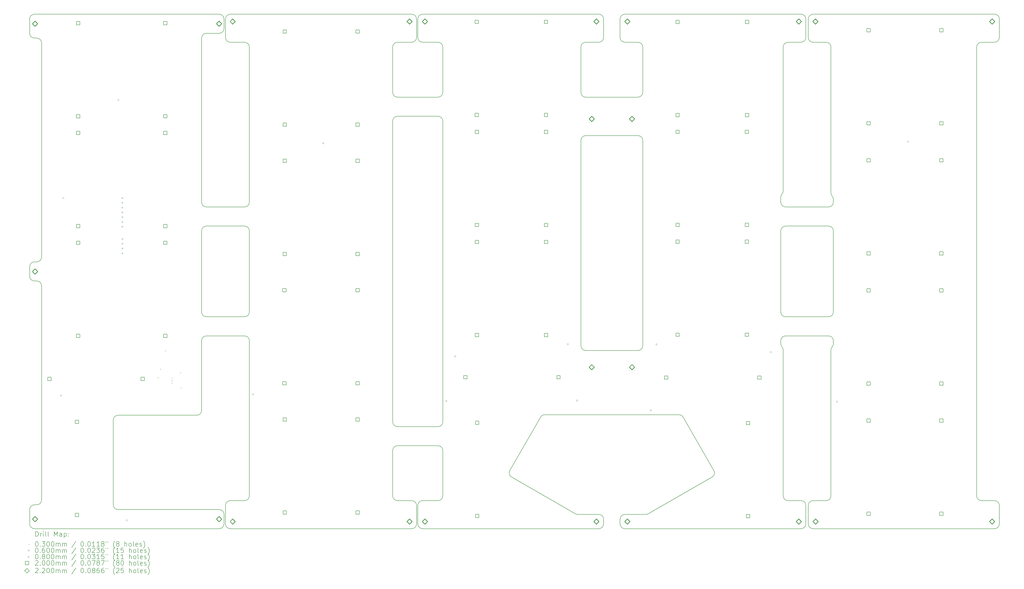
<source format=gbr>
%TF.GenerationSoftware,KiCad,Pcbnew,9.0.1*%
%TF.CreationDate,2025-04-22T22:33:04-07:00*%
%TF.ProjectId,FlexDeploySidePanels,466c6578-4465-4706-9c6f-795369646550,3.3*%
%TF.SameCoordinates,Original*%
%TF.FileFunction,Drillmap*%
%TF.FilePolarity,Positive*%
%FSLAX45Y45*%
G04 Gerber Fmt 4.5, Leading zero omitted, Abs format (unit mm)*
G04 Created by KiCad (PCBNEW 9.0.1) date 2025-04-22 22:33:04*
%MOMM*%
%LPD*%
G01*
G04 APERTURE LIST*
%ADD10C,0.200000*%
%ADD11C,0.100000*%
%ADD12C,0.220000*%
G04 APERTURE END LIST*
D10*
X24220000Y-30100000D02*
X24220000Y-28200000D01*
X25220000Y-10900000D02*
X25220000Y-10125000D01*
X18220000Y-30100000D02*
G75*
G02*
X18020000Y-30300000I-200000J0D01*
G01*
X16220000Y-19000000D02*
G75*
G02*
X16420000Y-18800000I200000J0D01*
G01*
X26320000Y-11300000D02*
X26320000Y-13200000D01*
X9320000Y-21100000D02*
G75*
G02*
X9520000Y-21300000I0J-200000D01*
G01*
X36376138Y-26800096D02*
X37668403Y-29038364D01*
X41321800Y-30300000D02*
G75*
G02*
X41521800Y-30500000I0J-200000D01*
G01*
X12720000Y-26725000D02*
X16020000Y-26725000D01*
X33741800Y-10125000D02*
G75*
G02*
X33941800Y-9925000I200000J0D01*
G01*
X41321800Y-9925000D02*
G75*
G02*
X41521800Y-10125000I0J-200000D01*
G01*
X34491800Y-15010000D02*
G75*
G02*
X34691800Y-15210000I0J-200000D01*
G01*
X49621800Y-10900000D02*
G75*
G02*
X49421800Y-11100000I-200000J0D01*
G01*
X16420000Y-18000000D02*
G75*
G02*
X16220000Y-17800000I0J200000D01*
G01*
X40571800Y-17326795D02*
X40571800Y-11300000D01*
X12720000Y-30675000D02*
G75*
G02*
X12520000Y-30475000I0J200000D01*
G01*
X33741800Y-31075000D02*
X33741800Y-31275000D01*
X9020000Y-30675000D02*
X9020000Y-31275000D01*
X25220000Y-31275000D02*
G75*
G02*
X25020000Y-31475000I-200000J0D01*
G01*
X17420000Y-11100000D02*
X18020000Y-11100000D01*
X42671800Y-23600000D02*
X42671800Y-23726795D01*
X24420000Y-28000000D02*
X26120000Y-28000000D01*
X17220000Y-10125000D02*
X17220000Y-10900000D01*
X17420000Y-31475000D02*
G75*
G02*
X17220000Y-31275000I0J200000D01*
G01*
X41521800Y-31275000D02*
G75*
G02*
X41321800Y-31475000I-200000J0D01*
G01*
X40471800Y-19000000D02*
G75*
G02*
X40671800Y-18800000I200000J0D01*
G01*
X9320000Y-10925000D02*
G75*
G02*
X9520000Y-11125000I0J-200000D01*
G01*
X25471000Y-11100000D02*
X26120000Y-11100000D01*
X33941800Y-11100000D02*
X34491800Y-11100000D01*
X9320000Y-20300000D02*
X9220000Y-20300000D01*
X49421800Y-30300000D02*
X48871800Y-30300000D01*
X17420000Y-31475000D02*
X25020000Y-31475000D01*
X26120000Y-30300000D02*
X25471000Y-30300000D01*
X18220000Y-19000000D02*
X18220000Y-22400000D01*
X16220000Y-22400000D02*
X16220000Y-19000000D01*
X25471000Y-11100000D02*
G75*
G02*
X25271000Y-10900000I0J200000D01*
G01*
X16420000Y-10725000D02*
X16960000Y-10725000D01*
X32101000Y-23810000D02*
X32101000Y-15210000D01*
X17160000Y-10525000D02*
G75*
G02*
X16960000Y-10725000I-200000J0D01*
G01*
X41521800Y-10900000D02*
G75*
G02*
X41321800Y-11100000I-200000J0D01*
G01*
X9020000Y-30675000D02*
G75*
G02*
X9220000Y-30475000I200000J0D01*
G01*
X40771800Y-11100000D02*
X41321800Y-11100000D01*
X40521800Y-23859082D02*
G75*
G02*
X40571800Y-23991370I-150000J-132288D01*
G01*
X16220000Y-10925000D02*
G75*
G02*
X16420000Y-10725000I200000J0D01*
G01*
X17220000Y-30500000D02*
X17220000Y-31275000D01*
X40671800Y-22600000D02*
G75*
G02*
X40471800Y-22400000I0J200000D01*
G01*
X16960000Y-9925000D02*
X9220000Y-9925000D01*
X42571800Y-23991370D02*
X42571800Y-30100000D01*
X33941800Y-31475000D02*
G75*
G02*
X33741800Y-31275000I0J200000D01*
G01*
X33941800Y-11100000D02*
G75*
G02*
X33741800Y-10900000I0J200000D01*
G01*
X24220000Y-13200000D02*
X24220000Y-11300000D01*
X16220000Y-23600000D02*
G75*
G02*
X16420000Y-23400000I200000J0D01*
G01*
X16420000Y-18800000D02*
X18020000Y-18800000D01*
X41321800Y-9925000D02*
X33941800Y-9925000D01*
X16220000Y-26525000D02*
X16220000Y-23600000D01*
X31859133Y-30848205D02*
X29197602Y-29311570D01*
X42671800Y-17800000D02*
G75*
G02*
X42471800Y-18000000I-200000J0D01*
G01*
X18020000Y-18000000D02*
X16420000Y-18000000D01*
X42671800Y-22400000D02*
G75*
G02*
X42471800Y-22600000I-200000J0D01*
G01*
X9220000Y-21100000D02*
X9320000Y-21100000D01*
X40471800Y-17800000D02*
X40471800Y-17591370D01*
X25020000Y-9925000D02*
X17420000Y-9925000D01*
X26120000Y-13400000D02*
X24420000Y-13400000D01*
X32101000Y-11300000D02*
G75*
G02*
X32301000Y-11100000I200000J0D01*
G01*
X24420000Y-11100000D02*
X25020000Y-11100000D01*
X42571800Y-30100000D02*
G75*
G02*
X42371800Y-30300000I-200000J0D01*
G01*
X18220000Y-11300000D02*
X18220000Y-17800000D01*
X18220000Y-17800000D02*
G75*
G02*
X18020000Y-18000000I-200000J0D01*
G01*
X24420000Y-27200000D02*
G75*
G02*
X24220000Y-27000000I0J200000D01*
G01*
X9520000Y-21300000D02*
X9520000Y-30275000D01*
X40521800Y-23859082D02*
G75*
G02*
X40471803Y-23726795I150000J132283D01*
G01*
X18020000Y-22600000D02*
X16420000Y-22600000D01*
X49421800Y-30300000D02*
G75*
G02*
X49621800Y-30500000I0J-200000D01*
G01*
X9220000Y-21100000D02*
G75*
G02*
X9020000Y-20900000I0J200000D01*
G01*
X41821800Y-31475000D02*
X49421800Y-31475000D01*
X41521800Y-31275000D02*
X41521800Y-30500000D01*
X9220000Y-31475000D02*
X16960000Y-31475000D01*
X18220000Y-22400000D02*
G75*
G02*
X18020000Y-22600000I-200000J0D01*
G01*
X29124397Y-29038364D02*
X30416662Y-26800096D01*
X34691800Y-13200000D02*
G75*
G02*
X34491800Y-13400000I-200000J0D01*
G01*
X31959133Y-30875000D02*
G75*
G02*
X31859132Y-30848206I-3J200000D01*
G01*
X40671800Y-18800000D02*
X42471800Y-18800000D01*
X30589867Y-26700096D02*
X36202933Y-26700096D01*
X26320000Y-27000000D02*
G75*
G02*
X26120000Y-27200000I-200000J0D01*
G01*
X32851000Y-9925000D02*
G75*
G02*
X33051000Y-10125000I0J-200000D01*
G01*
X25020000Y-9925000D02*
G75*
G02*
X25220000Y-10125000I0J-200000D01*
G01*
X12520000Y-26925000D02*
G75*
G02*
X12720000Y-26725000I200000J0D01*
G01*
X41321800Y-30300000D02*
X40771800Y-30300000D01*
X32851000Y-30875000D02*
X31959133Y-30875000D01*
X42371800Y-30300000D02*
X41821800Y-30300000D01*
X40671800Y-18000000D02*
G75*
G02*
X40471800Y-17800000I0J200000D01*
G01*
X37595198Y-29311570D02*
X34933667Y-30848205D01*
X25020000Y-30300000D02*
X24420000Y-30300000D01*
X34691800Y-15210000D02*
X34691800Y-23810000D01*
X25271000Y-10125000D02*
X25271000Y-10900000D01*
X25220000Y-31275000D02*
X25220000Y-30500000D01*
X42621800Y-17540918D02*
G75*
G02*
X42571800Y-17408630I150000J132288D01*
G01*
X24420000Y-13400000D02*
G75*
G02*
X24220000Y-13200000I0J200000D01*
G01*
X9020000Y-20500000D02*
X9020000Y-20900000D01*
X26120000Y-11100000D02*
G75*
G02*
X26320000Y-11300000I0J-200000D01*
G01*
X24420000Y-30300000D02*
G75*
G02*
X24220000Y-30100000I0J200000D01*
G01*
X9020000Y-20500000D02*
G75*
G02*
X9220000Y-20300000I200000J0D01*
G01*
X16960000Y-30675000D02*
G75*
G02*
X17160000Y-30875000I0J-200000D01*
G01*
X42671800Y-23726795D02*
G75*
G02*
X42621803Y-23859085I-200000J-5D01*
G01*
X49421800Y-9925000D02*
X41821800Y-9925000D01*
X25471000Y-31475000D02*
G75*
G02*
X25271000Y-31275000I0J200000D01*
G01*
X18020000Y-23400000D02*
G75*
G02*
X18220000Y-23600000I0J-200000D01*
G01*
X9520000Y-20100000D02*
G75*
G02*
X9320000Y-20300000I-200000J0D01*
G01*
X33741800Y-31075000D02*
G75*
G02*
X33941800Y-30875000I200000J0D01*
G01*
X9220000Y-10925000D02*
X9320000Y-10925000D01*
X9320000Y-30475000D02*
X9220000Y-30475000D01*
X18020000Y-30300000D02*
X17420000Y-30300000D01*
X42671800Y-19000000D02*
X42671800Y-22400000D01*
X29197602Y-29311570D02*
G75*
G02*
X29124391Y-29038361I99998J173210D01*
G01*
X26320000Y-14400000D02*
X26320000Y-27000000D01*
X41621800Y-10125000D02*
G75*
G02*
X41821800Y-9925000I200000J0D01*
G01*
X34491800Y-24010000D02*
X32301000Y-24010000D01*
X40571800Y-17326795D02*
G75*
G02*
X40521803Y-17459085I-200000J-5D01*
G01*
X9020000Y-10125000D02*
X9020000Y-10725000D01*
X17160000Y-10525000D02*
X17160000Y-10125000D01*
X9220000Y-10925000D02*
G75*
G02*
X9020000Y-10725000I0J200000D01*
G01*
X12520000Y-30475000D02*
X12520000Y-26925000D01*
X9520000Y-11125000D02*
X9520000Y-20100000D01*
X42571800Y-11300000D02*
X42571800Y-17408630D01*
X42621800Y-17540918D02*
G75*
G02*
X42671797Y-17673205I-150000J-132283D01*
G01*
X40671800Y-23400000D02*
X42471800Y-23400000D01*
X48871800Y-11100000D02*
X49421800Y-11100000D01*
X40471800Y-23726795D02*
X40471800Y-23600000D01*
X42671800Y-17673205D02*
X42671800Y-17800000D01*
X41821800Y-11100000D02*
G75*
G02*
X41621800Y-10900000I0J200000D01*
G01*
X9520000Y-30275000D02*
G75*
G02*
X9320000Y-30475000I-200000J0D01*
G01*
X26120000Y-27200000D02*
X24420000Y-27200000D01*
X24220000Y-14400000D02*
G75*
G02*
X24420000Y-14200000I200000J0D01*
G01*
X32851000Y-9925000D02*
X25471000Y-9925000D01*
X34691800Y-23810000D02*
G75*
G02*
X34491800Y-24010000I-200000J0D01*
G01*
X40571800Y-30100000D02*
X40571800Y-23991370D01*
X32301000Y-13400000D02*
G75*
G02*
X32101000Y-13200000I0J200000D01*
G01*
X24220000Y-28200000D02*
G75*
G02*
X24420000Y-28000000I200000J0D01*
G01*
X34691800Y-11300000D02*
X34691800Y-13200000D01*
X18020000Y-18800000D02*
G75*
G02*
X18220000Y-19000000I0J-200000D01*
G01*
X36202933Y-26700096D02*
G75*
G02*
X36376138Y-26800096I-3J-200004D01*
G01*
X9220000Y-31475000D02*
G75*
G02*
X9020000Y-31275000I0J200000D01*
G01*
X49621800Y-31275000D02*
X49621800Y-30500000D01*
X49621800Y-31275000D02*
G75*
G02*
X49421800Y-31475000I-200000J0D01*
G01*
X48671800Y-30100000D02*
X48671800Y-11300000D01*
X18220000Y-23600000D02*
X18220000Y-30100000D01*
X33051000Y-31275000D02*
X33051000Y-31075000D01*
X49621800Y-10900000D02*
X49621800Y-10125000D01*
X25271000Y-30500000D02*
G75*
G02*
X25471000Y-30300000I200000J0D01*
G01*
X42371800Y-11100000D02*
G75*
G02*
X42571800Y-11300000I0J-200000D01*
G01*
X33941800Y-31475000D02*
X41321800Y-31475000D01*
X17420000Y-11100000D02*
G75*
G02*
X17220000Y-10900000I0J200000D01*
G01*
X26120000Y-14200000D02*
G75*
G02*
X26320000Y-14400000I0J-200000D01*
G01*
X34491800Y-11100000D02*
G75*
G02*
X34691800Y-11300000I0J-200000D01*
G01*
X25271000Y-10125000D02*
G75*
G02*
X25471000Y-9925000I200000J0D01*
G01*
X30416662Y-26800096D02*
G75*
G02*
X30589867Y-26700096I173208J-100004D01*
G01*
X16420000Y-23400000D02*
X18020000Y-23400000D01*
X34933667Y-30848205D02*
G75*
G02*
X34833667Y-30874998I-99997J173205D01*
G01*
X41521800Y-10900000D02*
X41521800Y-10125000D01*
X33741800Y-10125000D02*
X33741800Y-10900000D01*
X16220000Y-17800000D02*
X16220000Y-10925000D01*
X42571800Y-23991370D02*
G75*
G02*
X42621800Y-23859082I200000J0D01*
G01*
X41621800Y-30500000D02*
G75*
G02*
X41821800Y-30300000I200000J0D01*
G01*
X42471800Y-22600000D02*
X40671800Y-22600000D01*
X25220000Y-10900000D02*
G75*
G02*
X25020000Y-11100000I-200000J0D01*
G01*
X34833667Y-30875000D02*
X33941800Y-30875000D01*
X18020000Y-11100000D02*
G75*
G02*
X18220000Y-11300000I0J-200000D01*
G01*
X26320000Y-13200000D02*
G75*
G02*
X26120000Y-13400000I-200000J0D01*
G01*
X40571800Y-11300000D02*
G75*
G02*
X40771800Y-11100000I200000J0D01*
G01*
X33051000Y-31275000D02*
G75*
G02*
X32851000Y-31475000I-200000J0D01*
G01*
X40471800Y-22400000D02*
X40471800Y-19000000D01*
X24220000Y-27000000D02*
X24220000Y-14400000D01*
X32301000Y-15010000D02*
X34491800Y-15010000D01*
X32851000Y-30875000D02*
G75*
G02*
X33051000Y-31075000I0J-200000D01*
G01*
X42471800Y-23400000D02*
G75*
G02*
X42671800Y-23600000I0J-200000D01*
G01*
X33051000Y-10900000D02*
G75*
G02*
X32851000Y-11100000I-200000J0D01*
G01*
X34491800Y-13400000D02*
X32301000Y-13400000D01*
X25471000Y-31475000D02*
X32851000Y-31475000D01*
X24220000Y-11300000D02*
G75*
G02*
X24420000Y-11100000I200000J0D01*
G01*
X26320000Y-28200000D02*
X26320000Y-30100000D01*
X42471800Y-18800000D02*
G75*
G02*
X42671800Y-19000000I0J-200000D01*
G01*
X42471800Y-18000000D02*
X40671800Y-18000000D01*
X41621800Y-10125000D02*
X41621800Y-10900000D01*
X37668403Y-29038364D02*
G75*
G02*
X37595194Y-29311563I-173203J-99996D01*
G01*
X33051000Y-10900000D02*
X33051000Y-10125000D01*
X25020000Y-30300000D02*
G75*
G02*
X25220000Y-30500000I0J-200000D01*
G01*
X16420000Y-22600000D02*
G75*
G02*
X16220000Y-22400000I0J200000D01*
G01*
X40471800Y-23600000D02*
G75*
G02*
X40671800Y-23400000I200000J0D01*
G01*
X9020000Y-10125000D02*
G75*
G02*
X9220000Y-9925000I200000J0D01*
G01*
X41821800Y-11100000D02*
X42371800Y-11100000D01*
X49421800Y-9925000D02*
G75*
G02*
X49621800Y-10125000I0J-200000D01*
G01*
X25271000Y-30500000D02*
X25271000Y-31275000D01*
X48671800Y-11300000D02*
G75*
G02*
X48871800Y-11100000I200000J0D01*
G01*
X40771800Y-30300000D02*
G75*
G02*
X40571800Y-30100000I0J200000D01*
G01*
X16960000Y-9925000D02*
G75*
G02*
X17160000Y-10125000I0J-200000D01*
G01*
X17160000Y-31275000D02*
X17160000Y-30875000D01*
X32301000Y-11100000D02*
X32851000Y-11100000D01*
X16960000Y-30675000D02*
X12720000Y-30675000D01*
X32101000Y-13200000D02*
X32101000Y-11300000D01*
X26320000Y-30100000D02*
G75*
G02*
X26120000Y-30300000I-200000J0D01*
G01*
X26120000Y-28000000D02*
G75*
G02*
X26320000Y-28200000I0J-200000D01*
G01*
X17220000Y-10125000D02*
G75*
G02*
X17420000Y-9925000I200000J0D01*
G01*
X40471800Y-17591370D02*
G75*
G02*
X40521800Y-17459083I200000J0D01*
G01*
X48871800Y-30300000D02*
G75*
G02*
X48671800Y-30100000I0J200000D01*
G01*
X41821800Y-31475000D02*
G75*
G02*
X41621800Y-31275000I0J200000D01*
G01*
X41621800Y-30500000D02*
X41621800Y-31275000D01*
X32101000Y-15210000D02*
G75*
G02*
X32301000Y-15010000I200000J0D01*
G01*
X17220000Y-30500000D02*
G75*
G02*
X17420000Y-30300000I200000J0D01*
G01*
X16220000Y-26525000D02*
G75*
G02*
X16020000Y-26725000I-200000J0D01*
G01*
X24420000Y-14200000D02*
X26120000Y-14200000D01*
X17160000Y-31275000D02*
G75*
G02*
X16960000Y-31475000I-200000J0D01*
G01*
X32301000Y-24010000D02*
G75*
G02*
X32101000Y-23810000I0J200000D01*
G01*
D11*
X14386800Y-25131000D02*
X14416800Y-25161000D01*
X14416800Y-25131000D02*
X14386800Y-25161000D01*
X14488400Y-24775400D02*
X14518400Y-24805400D01*
X14518400Y-24775400D02*
X14488400Y-24805400D01*
X14691600Y-24013400D02*
X14721600Y-24043400D01*
X14721600Y-24013400D02*
X14691600Y-24043400D01*
X14971000Y-25156400D02*
X15001000Y-25186400D01*
X15001000Y-25156400D02*
X14971000Y-25186400D01*
X14971000Y-25258000D02*
X15001000Y-25288000D01*
X15001000Y-25258000D02*
X14971000Y-25288000D01*
X14971000Y-25359600D02*
X15001000Y-25389600D01*
X15001000Y-25359600D02*
X14971000Y-25389600D01*
X15326600Y-24927800D02*
X15356600Y-24957800D01*
X15356600Y-24927800D02*
X15326600Y-24957800D01*
X15352000Y-25562800D02*
X15382000Y-25592800D01*
X15382000Y-25562800D02*
X15352000Y-25592800D01*
X10370000Y-25900000D02*
G75*
G02*
X10310000Y-25900000I-30000J0D01*
G01*
X10310000Y-25900000D02*
G75*
G02*
X10370000Y-25900000I30000J0D01*
G01*
X10460000Y-17627600D02*
G75*
G02*
X10400000Y-17627600I-30000J0D01*
G01*
X10400000Y-17627600D02*
G75*
G02*
X10460000Y-17627600I30000J0D01*
G01*
X12767500Y-13522500D02*
G75*
G02*
X12707500Y-13522500I-30000J0D01*
G01*
X12707500Y-13522500D02*
G75*
G02*
X12767500Y-13522500I30000J0D01*
G01*
X13120000Y-31125000D02*
G75*
G02*
X13060000Y-31125000I-30000J0D01*
G01*
X13060000Y-31125000D02*
G75*
G02*
X13120000Y-31125000I30000J0D01*
G01*
X18405000Y-25845000D02*
G75*
G02*
X18345000Y-25845000I-30000J0D01*
G01*
X18345000Y-25845000D02*
G75*
G02*
X18405000Y-25845000I30000J0D01*
G01*
X21345000Y-15330000D02*
G75*
G02*
X21285000Y-15330000I-30000J0D01*
G01*
X21285000Y-15330000D02*
G75*
G02*
X21345000Y-15330000I30000J0D01*
G01*
X26500000Y-26130000D02*
G75*
G02*
X26440000Y-26130000I-30000J0D01*
G01*
X26440000Y-26130000D02*
G75*
G02*
X26500000Y-26130000I30000J0D01*
G01*
X26868000Y-24254000D02*
G75*
G02*
X26808000Y-24254000I-30000J0D01*
G01*
X26808000Y-24254000D02*
G75*
G02*
X26868000Y-24254000I30000J0D01*
G01*
X31583000Y-23749000D02*
G75*
G02*
X31523000Y-23749000I-30000J0D01*
G01*
X31523000Y-23749000D02*
G75*
G02*
X31583000Y-23749000I30000J0D01*
G01*
X31968000Y-26107000D02*
G75*
G02*
X31908000Y-26107000I-30000J0D01*
G01*
X31908000Y-26107000D02*
G75*
G02*
X31968000Y-26107000I30000J0D01*
G01*
X35060000Y-26515000D02*
G75*
G02*
X35000000Y-26515000I-30000J0D01*
G01*
X35000000Y-26515000D02*
G75*
G02*
X35060000Y-26515000I30000J0D01*
G01*
X35296000Y-23755000D02*
G75*
G02*
X35236000Y-23755000I-30000J0D01*
G01*
X35236000Y-23755000D02*
G75*
G02*
X35296000Y-23755000I30000J0D01*
G01*
X40082500Y-24077500D02*
G75*
G02*
X40022500Y-24077500I-30000J0D01*
G01*
X40022500Y-24077500D02*
G75*
G02*
X40082500Y-24077500I30000J0D01*
G01*
X42855000Y-26155000D02*
G75*
G02*
X42795000Y-26155000I-30000J0D01*
G01*
X42795000Y-26155000D02*
G75*
G02*
X42855000Y-26155000I30000J0D01*
G01*
X45830000Y-15265000D02*
G75*
G02*
X45770000Y-15265000I-30000J0D01*
G01*
X45770000Y-15265000D02*
G75*
G02*
X45830000Y-15265000I30000J0D01*
G01*
X12895000Y-17585000D02*
X12895000Y-17665000D01*
X12855000Y-17625000D02*
X12935000Y-17625000D01*
X12895000Y-17785000D02*
X12895000Y-17865000D01*
X12855000Y-17825000D02*
X12935000Y-17825000D01*
X12895000Y-17985000D02*
X12895000Y-18065000D01*
X12855000Y-18025000D02*
X12935000Y-18025000D01*
X12895000Y-18185000D02*
X12895000Y-18265000D01*
X12855000Y-18225000D02*
X12935000Y-18225000D01*
X12895000Y-18385000D02*
X12895000Y-18465000D01*
X12855000Y-18425000D02*
X12935000Y-18425000D01*
X12895000Y-18585000D02*
X12895000Y-18665000D01*
X12855000Y-18625000D02*
X12935000Y-18625000D01*
X12895000Y-18785000D02*
X12895000Y-18865000D01*
X12855000Y-18825000D02*
X12935000Y-18825000D01*
X12900000Y-19295000D02*
X12900000Y-19375000D01*
X12860000Y-19335000D02*
X12940000Y-19335000D01*
X12900000Y-19495000D02*
X12900000Y-19575000D01*
X12860000Y-19535000D02*
X12940000Y-19535000D01*
X12900000Y-19695000D02*
X12900000Y-19775000D01*
X12860000Y-19735000D02*
X12940000Y-19735000D01*
X12900000Y-19895000D02*
X12900000Y-19975000D01*
X12860000Y-19935000D02*
X12940000Y-19935000D01*
D10*
X9920711Y-25270711D02*
X9920711Y-25129289D01*
X9779289Y-25129289D01*
X9779289Y-25270711D01*
X9920711Y-25270711D01*
X11070711Y-27070711D02*
X11070711Y-26929289D01*
X10929289Y-26929289D01*
X10929289Y-27070711D01*
X11070711Y-27070711D01*
X11070711Y-30970711D02*
X11070711Y-30829289D01*
X10929289Y-30829289D01*
X10929289Y-30970711D01*
X11070711Y-30970711D01*
X11120711Y-10370711D02*
X11120711Y-10229289D01*
X10979289Y-10229289D01*
X10979289Y-10370711D01*
X11120711Y-10370711D01*
X11120711Y-14270711D02*
X11120711Y-14129289D01*
X10979289Y-14129289D01*
X10979289Y-14270711D01*
X11120711Y-14270711D01*
X11120711Y-14970711D02*
X11120711Y-14829289D01*
X10979289Y-14829289D01*
X10979289Y-14970711D01*
X11120711Y-14970711D01*
X11120711Y-18870711D02*
X11120711Y-18729289D01*
X10979289Y-18729289D01*
X10979289Y-18870711D01*
X11120711Y-18870711D01*
X11120711Y-19570711D02*
X11120711Y-19429289D01*
X10979289Y-19429289D01*
X10979289Y-19570711D01*
X11120711Y-19570711D01*
X11120711Y-23470711D02*
X11120711Y-23329289D01*
X10979289Y-23329289D01*
X10979289Y-23470711D01*
X11120711Y-23470711D01*
X13820711Y-25270711D02*
X13820711Y-25129289D01*
X13679289Y-25129289D01*
X13679289Y-25270711D01*
X13820711Y-25270711D01*
X14770711Y-10370611D02*
X14770711Y-10229189D01*
X14629289Y-10229189D01*
X14629289Y-10370611D01*
X14770711Y-10370611D01*
X14770711Y-14270611D02*
X14770711Y-14129189D01*
X14629289Y-14129189D01*
X14629289Y-14270611D01*
X14770711Y-14270611D01*
X14770711Y-14970711D02*
X14770711Y-14829289D01*
X14629289Y-14829289D01*
X14629289Y-14970711D01*
X14770711Y-14970711D01*
X14770711Y-18870711D02*
X14770711Y-18729289D01*
X14629289Y-18729289D01*
X14629289Y-18870711D01*
X14770711Y-18870711D01*
X14770711Y-19570711D02*
X14770711Y-19429289D01*
X14629289Y-19429289D01*
X14629289Y-19570711D01*
X14770711Y-19570711D01*
X14770711Y-23470711D02*
X14770711Y-23329289D01*
X14629289Y-23329289D01*
X14629289Y-23470711D01*
X14770711Y-23470711D01*
X19755711Y-21554045D02*
X19755711Y-21412622D01*
X19614289Y-21412622D01*
X19614289Y-21554045D01*
X19755711Y-21554045D01*
X19755711Y-25454045D02*
X19755711Y-25312622D01*
X19614289Y-25312622D01*
X19614289Y-25454045D01*
X19755711Y-25454045D01*
X19770711Y-10720711D02*
X19770711Y-10579289D01*
X19629289Y-10579289D01*
X19629289Y-10720711D01*
X19770711Y-10720711D01*
X19770711Y-14620711D02*
X19770711Y-14479289D01*
X19629289Y-14479289D01*
X19629289Y-14620711D01*
X19770711Y-14620711D01*
X19770711Y-16137378D02*
X19770711Y-15995955D01*
X19629289Y-15995955D01*
X19629289Y-16137378D01*
X19770711Y-16137378D01*
X19770711Y-20037378D02*
X19770711Y-19895955D01*
X19629289Y-19895955D01*
X19629289Y-20037378D01*
X19770711Y-20037378D01*
X19770711Y-26970711D02*
X19770711Y-26829289D01*
X19629289Y-26829289D01*
X19629289Y-26970711D01*
X19770711Y-26970711D01*
X19770711Y-30870711D02*
X19770711Y-30729289D01*
X19629289Y-30729289D01*
X19629289Y-30870711D01*
X19770711Y-30870711D01*
X22820711Y-10720711D02*
X22820711Y-10579289D01*
X22679289Y-10579289D01*
X22679289Y-10720711D01*
X22820711Y-10720711D01*
X22820711Y-14620711D02*
X22820711Y-14479289D01*
X22679289Y-14479289D01*
X22679289Y-14620711D01*
X22820711Y-14620711D01*
X22820711Y-16137378D02*
X22820711Y-15995955D01*
X22679289Y-15995955D01*
X22679289Y-16137378D01*
X22820711Y-16137378D01*
X22820711Y-20037378D02*
X22820711Y-19895955D01*
X22679289Y-19895955D01*
X22679289Y-20037378D01*
X22820711Y-20037378D01*
X22820711Y-21554045D02*
X22820711Y-21412622D01*
X22679289Y-21412622D01*
X22679289Y-21554045D01*
X22820711Y-21554045D01*
X22820711Y-25454045D02*
X22820711Y-25312622D01*
X22679289Y-25312622D01*
X22679289Y-25454045D01*
X22820711Y-25454045D01*
X22820711Y-26970711D02*
X22820711Y-26829289D01*
X22679289Y-26829289D01*
X22679289Y-26970711D01*
X22820711Y-26970711D01*
X22820711Y-30870711D02*
X22820711Y-30729289D01*
X22679289Y-30729289D01*
X22679289Y-30870711D01*
X22820711Y-30870711D01*
X27335711Y-25200711D02*
X27335711Y-25059289D01*
X27194289Y-25059289D01*
X27194289Y-25200711D01*
X27335711Y-25200711D01*
X27810711Y-10315711D02*
X27810711Y-10174289D01*
X27669289Y-10174289D01*
X27669289Y-10315711D01*
X27810711Y-10315711D01*
X27810711Y-14215711D02*
X27810711Y-14074289D01*
X27669289Y-14074289D01*
X27669289Y-14215711D01*
X27810711Y-14215711D01*
X27815711Y-14925711D02*
X27815711Y-14784289D01*
X27674289Y-14784289D01*
X27674289Y-14925711D01*
X27815711Y-14925711D01*
X27815711Y-18825711D02*
X27815711Y-18684289D01*
X27674289Y-18684289D01*
X27674289Y-18825711D01*
X27815711Y-18825711D01*
X27815711Y-19535711D02*
X27815711Y-19394289D01*
X27674289Y-19394289D01*
X27674289Y-19535711D01*
X27815711Y-19535711D01*
X27815711Y-23435711D02*
X27815711Y-23294289D01*
X27674289Y-23294289D01*
X27674289Y-23435711D01*
X27815711Y-23435711D01*
X27830711Y-27110711D02*
X27830711Y-26969289D01*
X27689289Y-26969289D01*
X27689289Y-27110711D01*
X27830711Y-27110711D01*
X27830711Y-31010711D02*
X27830711Y-30869289D01*
X27689289Y-30869289D01*
X27689289Y-31010711D01*
X27830711Y-31010711D01*
X30710711Y-10315711D02*
X30710711Y-10174289D01*
X30569289Y-10174289D01*
X30569289Y-10315711D01*
X30710711Y-10315711D01*
X30710711Y-14215711D02*
X30710711Y-14074289D01*
X30569289Y-14074289D01*
X30569289Y-14215711D01*
X30710711Y-14215711D01*
X30715711Y-14925711D02*
X30715711Y-14784289D01*
X30574289Y-14784289D01*
X30574289Y-14925711D01*
X30715711Y-14925711D01*
X30715711Y-18825711D02*
X30715711Y-18684289D01*
X30574289Y-18684289D01*
X30574289Y-18825711D01*
X30715711Y-18825711D01*
X30715711Y-19535711D02*
X30715711Y-19394289D01*
X30574289Y-19394289D01*
X30574289Y-19535711D01*
X30715711Y-19535711D01*
X30715711Y-23435711D02*
X30715711Y-23294289D01*
X30574289Y-23294289D01*
X30574289Y-23435711D01*
X30715711Y-23435711D01*
X31235711Y-25200711D02*
X31235711Y-25059289D01*
X31094289Y-25059289D01*
X31094289Y-25200711D01*
X31235711Y-25200711D01*
X35745711Y-25216711D02*
X35745711Y-25075289D01*
X35604289Y-25075289D01*
X35604289Y-25216711D01*
X35745711Y-25216711D01*
X36220711Y-10320711D02*
X36220711Y-10179289D01*
X36079289Y-10179289D01*
X36079289Y-10320711D01*
X36220711Y-10320711D01*
X36220711Y-14220711D02*
X36220711Y-14079289D01*
X36079289Y-14079289D01*
X36079289Y-14220711D01*
X36220711Y-14220711D01*
X36220711Y-14920711D02*
X36220711Y-14779289D01*
X36079289Y-14779289D01*
X36079289Y-14920711D01*
X36220711Y-14920711D01*
X36220711Y-18820711D02*
X36220711Y-18679289D01*
X36079289Y-18679289D01*
X36079289Y-18820711D01*
X36220711Y-18820711D01*
X36220711Y-19520711D02*
X36220711Y-19379289D01*
X36079289Y-19379289D01*
X36079289Y-19520711D01*
X36220711Y-19520711D01*
X36220711Y-23420711D02*
X36220711Y-23279289D01*
X36079289Y-23279289D01*
X36079289Y-23420711D01*
X36220711Y-23420711D01*
X39120711Y-14920711D02*
X39120711Y-14779289D01*
X38979289Y-14779289D01*
X38979289Y-14920711D01*
X39120711Y-14920711D01*
X39120711Y-18820711D02*
X39120711Y-18679289D01*
X38979289Y-18679289D01*
X38979289Y-18820711D01*
X39120711Y-18820711D01*
X39120711Y-19520711D02*
X39120711Y-19379289D01*
X38979289Y-19379289D01*
X38979289Y-19520711D01*
X39120711Y-19520711D01*
X39120711Y-23420711D02*
X39120711Y-23279289D01*
X38979289Y-23279289D01*
X38979289Y-23420711D01*
X39120711Y-23420711D01*
X39130711Y-10320711D02*
X39130711Y-10179289D01*
X38989289Y-10179289D01*
X38989289Y-10320711D01*
X39130711Y-10320711D01*
X39130711Y-14220711D02*
X39130711Y-14079289D01*
X38989289Y-14079289D01*
X38989289Y-14220711D01*
X39130711Y-14220711D01*
X39170711Y-27121711D02*
X39170711Y-26980289D01*
X39029289Y-26980289D01*
X39029289Y-27121711D01*
X39170711Y-27121711D01*
X39170711Y-31021711D02*
X39170711Y-30880289D01*
X39029289Y-30880289D01*
X39029289Y-31021711D01*
X39170711Y-31021711D01*
X39645711Y-25216711D02*
X39645711Y-25075289D01*
X39504289Y-25075289D01*
X39504289Y-25216711D01*
X39645711Y-25216711D01*
X44215711Y-10666191D02*
X44215711Y-10524768D01*
X44074289Y-10524768D01*
X44074289Y-10666191D01*
X44215711Y-10666191D01*
X44215711Y-14566191D02*
X44215711Y-14424768D01*
X44074289Y-14424768D01*
X44074289Y-14566191D01*
X44215711Y-14566191D01*
X44215711Y-16116191D02*
X44215711Y-15974768D01*
X44074289Y-15974768D01*
X44074289Y-16116191D01*
X44215711Y-16116191D01*
X44215711Y-20016191D02*
X44215711Y-19874768D01*
X44074289Y-19874768D01*
X44074289Y-20016191D01*
X44215711Y-20016191D01*
X44215711Y-21566191D02*
X44215711Y-21424768D01*
X44074289Y-21424768D01*
X44074289Y-21566191D01*
X44215711Y-21566191D01*
X44215711Y-25466191D02*
X44215711Y-25324768D01*
X44074289Y-25324768D01*
X44074289Y-25466191D01*
X44215711Y-25466191D01*
X44215711Y-27016191D02*
X44215711Y-26874768D01*
X44074289Y-26874768D01*
X44074289Y-27016191D01*
X44215711Y-27016191D01*
X44215711Y-30916191D02*
X44215711Y-30774768D01*
X44074289Y-30774768D01*
X44074289Y-30916191D01*
X44215711Y-30916191D01*
X47265711Y-10666191D02*
X47265711Y-10524768D01*
X47124289Y-10524768D01*
X47124289Y-10666191D01*
X47265711Y-10666191D01*
X47265711Y-14566191D02*
X47265711Y-14424768D01*
X47124289Y-14424768D01*
X47124289Y-14566191D01*
X47265711Y-14566191D01*
X47265711Y-16116191D02*
X47265711Y-15974768D01*
X47124289Y-15974768D01*
X47124289Y-16116191D01*
X47265711Y-16116191D01*
X47265711Y-20016191D02*
X47265711Y-19874768D01*
X47124289Y-19874768D01*
X47124289Y-20016191D01*
X47265711Y-20016191D01*
X47265711Y-21566191D02*
X47265711Y-21424768D01*
X47124289Y-21424768D01*
X47124289Y-21566191D01*
X47265711Y-21566191D01*
X47265711Y-25466191D02*
X47265711Y-25324768D01*
X47124289Y-25324768D01*
X47124289Y-25466191D01*
X47265711Y-25466191D01*
X47265711Y-27016191D02*
X47265711Y-26874768D01*
X47124289Y-26874768D01*
X47124289Y-27016191D01*
X47265711Y-27016191D01*
X47265711Y-30916191D02*
X47265711Y-30774768D01*
X47124289Y-30774768D01*
X47124289Y-30916191D01*
X47265711Y-30916191D01*
D12*
X9245000Y-20810000D02*
X9355000Y-20700000D01*
X9245000Y-20590000D01*
X9135000Y-20700000D01*
X9245000Y-20810000D01*
X9245000Y-31185000D02*
X9355000Y-31075000D01*
X9245000Y-30965000D01*
X9135000Y-31075000D01*
X9245000Y-31185000D01*
X9245600Y-10435100D02*
X9355600Y-10325100D01*
X9245600Y-10215100D01*
X9135600Y-10325100D01*
X9245600Y-10435100D01*
X16945000Y-10435000D02*
X17055000Y-10325000D01*
X16945000Y-10215000D01*
X16835000Y-10325000D01*
X16945000Y-10435000D01*
X16945000Y-31186900D02*
X17055000Y-31076900D01*
X16945000Y-30966900D01*
X16835000Y-31076900D01*
X16945000Y-31186900D01*
X17520000Y-10335000D02*
X17630000Y-10225000D01*
X17520000Y-10115000D01*
X17410000Y-10225000D01*
X17520000Y-10335000D01*
X17520000Y-31285000D02*
X17630000Y-31175000D01*
X17520000Y-31065000D01*
X17410000Y-31175000D01*
X17520000Y-31285000D01*
X24920000Y-10335000D02*
X25030000Y-10225000D01*
X24920000Y-10115000D01*
X24810000Y-10225000D01*
X24920000Y-10335000D01*
X24920000Y-31285000D02*
X25030000Y-31175000D01*
X24920000Y-31065000D01*
X24810000Y-31175000D01*
X24920000Y-31285000D01*
X25570000Y-10335000D02*
X25680000Y-10225000D01*
X25570000Y-10115000D01*
X25460000Y-10225000D01*
X25570000Y-10335000D01*
X25570000Y-31285000D02*
X25680000Y-31175000D01*
X25570000Y-31065000D01*
X25460000Y-31175000D01*
X25570000Y-31285000D01*
X32550000Y-14420000D02*
X32660000Y-14310000D01*
X32550000Y-14200000D01*
X32440000Y-14310000D01*
X32550000Y-14420000D01*
X32550000Y-24820000D02*
X32660000Y-24710000D01*
X32550000Y-24600000D01*
X32440000Y-24710000D01*
X32550000Y-24820000D01*
X32750000Y-10335000D02*
X32860000Y-10225000D01*
X32750000Y-10115000D01*
X32640000Y-10225000D01*
X32750000Y-10335000D01*
X32750000Y-31285000D02*
X32860000Y-31175000D01*
X32750000Y-31065000D01*
X32640000Y-31175000D01*
X32750000Y-31285000D01*
X34040000Y-10335000D02*
X34150000Y-10225000D01*
X34040000Y-10115000D01*
X33930000Y-10225000D01*
X34040000Y-10335000D01*
X34040000Y-31285000D02*
X34150000Y-31175000D01*
X34040000Y-31065000D01*
X33930000Y-31175000D01*
X34040000Y-31285000D01*
X34240000Y-14420000D02*
X34350000Y-14310000D01*
X34240000Y-14200000D01*
X34130000Y-14310000D01*
X34240000Y-14420000D01*
X34240000Y-24820000D02*
X34350000Y-24710000D01*
X34240000Y-24600000D01*
X34130000Y-24710000D01*
X34240000Y-24820000D01*
X41220000Y-10335000D02*
X41330000Y-10225000D01*
X41220000Y-10115000D01*
X41110000Y-10225000D01*
X41220000Y-10335000D01*
X41220000Y-31285000D02*
X41330000Y-31175000D01*
X41220000Y-31065000D01*
X41110000Y-31175000D01*
X41220000Y-31285000D01*
X41920000Y-10335000D02*
X42030000Y-10225000D01*
X41920000Y-10115000D01*
X41810000Y-10225000D01*
X41920000Y-10335000D01*
X41922000Y-31285000D02*
X42032000Y-31175000D01*
X41922000Y-31065000D01*
X41812000Y-31175000D01*
X41922000Y-31285000D01*
X49320000Y-10335000D02*
X49430000Y-10225000D01*
X49320000Y-10115000D01*
X49210000Y-10225000D01*
X49320000Y-10335000D01*
X49320000Y-31285000D02*
X49430000Y-31175000D01*
X49320000Y-31065000D01*
X49210000Y-31175000D01*
X49320000Y-31285000D01*
D10*
X9270777Y-31796484D02*
X9270777Y-31596484D01*
X9270777Y-31596484D02*
X9318396Y-31596484D01*
X9318396Y-31596484D02*
X9346967Y-31606008D01*
X9346967Y-31606008D02*
X9366015Y-31625055D01*
X9366015Y-31625055D02*
X9375539Y-31644103D01*
X9375539Y-31644103D02*
X9385063Y-31682198D01*
X9385063Y-31682198D02*
X9385063Y-31710769D01*
X9385063Y-31710769D02*
X9375539Y-31748865D01*
X9375539Y-31748865D02*
X9366015Y-31767912D01*
X9366015Y-31767912D02*
X9346967Y-31786960D01*
X9346967Y-31786960D02*
X9318396Y-31796484D01*
X9318396Y-31796484D02*
X9270777Y-31796484D01*
X9470777Y-31796484D02*
X9470777Y-31663150D01*
X9470777Y-31701246D02*
X9480301Y-31682198D01*
X9480301Y-31682198D02*
X9489824Y-31672674D01*
X9489824Y-31672674D02*
X9508872Y-31663150D01*
X9508872Y-31663150D02*
X9527920Y-31663150D01*
X9594586Y-31796484D02*
X9594586Y-31663150D01*
X9594586Y-31596484D02*
X9585063Y-31606008D01*
X9585063Y-31606008D02*
X9594586Y-31615531D01*
X9594586Y-31615531D02*
X9604110Y-31606008D01*
X9604110Y-31606008D02*
X9594586Y-31596484D01*
X9594586Y-31596484D02*
X9594586Y-31615531D01*
X9718396Y-31796484D02*
X9699348Y-31786960D01*
X9699348Y-31786960D02*
X9689824Y-31767912D01*
X9689824Y-31767912D02*
X9689824Y-31596484D01*
X9823158Y-31796484D02*
X9804110Y-31786960D01*
X9804110Y-31786960D02*
X9794586Y-31767912D01*
X9794586Y-31767912D02*
X9794586Y-31596484D01*
X10051729Y-31796484D02*
X10051729Y-31596484D01*
X10051729Y-31596484D02*
X10118396Y-31739341D01*
X10118396Y-31739341D02*
X10185063Y-31596484D01*
X10185063Y-31596484D02*
X10185063Y-31796484D01*
X10366015Y-31796484D02*
X10366015Y-31691722D01*
X10366015Y-31691722D02*
X10356491Y-31672674D01*
X10356491Y-31672674D02*
X10337444Y-31663150D01*
X10337444Y-31663150D02*
X10299348Y-31663150D01*
X10299348Y-31663150D02*
X10280301Y-31672674D01*
X10366015Y-31786960D02*
X10346967Y-31796484D01*
X10346967Y-31796484D02*
X10299348Y-31796484D01*
X10299348Y-31796484D02*
X10280301Y-31786960D01*
X10280301Y-31786960D02*
X10270777Y-31767912D01*
X10270777Y-31767912D02*
X10270777Y-31748865D01*
X10270777Y-31748865D02*
X10280301Y-31729817D01*
X10280301Y-31729817D02*
X10299348Y-31720293D01*
X10299348Y-31720293D02*
X10346967Y-31720293D01*
X10346967Y-31720293D02*
X10366015Y-31710769D01*
X10461253Y-31663150D02*
X10461253Y-31863150D01*
X10461253Y-31672674D02*
X10480301Y-31663150D01*
X10480301Y-31663150D02*
X10518396Y-31663150D01*
X10518396Y-31663150D02*
X10537444Y-31672674D01*
X10537444Y-31672674D02*
X10546967Y-31682198D01*
X10546967Y-31682198D02*
X10556491Y-31701246D01*
X10556491Y-31701246D02*
X10556491Y-31758388D01*
X10556491Y-31758388D02*
X10546967Y-31777436D01*
X10546967Y-31777436D02*
X10537444Y-31786960D01*
X10537444Y-31786960D02*
X10518396Y-31796484D01*
X10518396Y-31796484D02*
X10480301Y-31796484D01*
X10480301Y-31796484D02*
X10461253Y-31786960D01*
X10642205Y-31777436D02*
X10651729Y-31786960D01*
X10651729Y-31786960D02*
X10642205Y-31796484D01*
X10642205Y-31796484D02*
X10632682Y-31786960D01*
X10632682Y-31786960D02*
X10642205Y-31777436D01*
X10642205Y-31777436D02*
X10642205Y-31796484D01*
X10642205Y-31672674D02*
X10651729Y-31682198D01*
X10651729Y-31682198D02*
X10642205Y-31691722D01*
X10642205Y-31691722D02*
X10632682Y-31682198D01*
X10632682Y-31682198D02*
X10642205Y-31672674D01*
X10642205Y-31672674D02*
X10642205Y-31691722D01*
D11*
X8980000Y-32110000D02*
X9010000Y-32140000D01*
X9010000Y-32110000D02*
X8980000Y-32140000D01*
D10*
X9308872Y-32016484D02*
X9327920Y-32016484D01*
X9327920Y-32016484D02*
X9346967Y-32026008D01*
X9346967Y-32026008D02*
X9356491Y-32035531D01*
X9356491Y-32035531D02*
X9366015Y-32054579D01*
X9366015Y-32054579D02*
X9375539Y-32092674D01*
X9375539Y-32092674D02*
X9375539Y-32140293D01*
X9375539Y-32140293D02*
X9366015Y-32178388D01*
X9366015Y-32178388D02*
X9356491Y-32197436D01*
X9356491Y-32197436D02*
X9346967Y-32206960D01*
X9346967Y-32206960D02*
X9327920Y-32216484D01*
X9327920Y-32216484D02*
X9308872Y-32216484D01*
X9308872Y-32216484D02*
X9289824Y-32206960D01*
X9289824Y-32206960D02*
X9280301Y-32197436D01*
X9280301Y-32197436D02*
X9270777Y-32178388D01*
X9270777Y-32178388D02*
X9261253Y-32140293D01*
X9261253Y-32140293D02*
X9261253Y-32092674D01*
X9261253Y-32092674D02*
X9270777Y-32054579D01*
X9270777Y-32054579D02*
X9280301Y-32035531D01*
X9280301Y-32035531D02*
X9289824Y-32026008D01*
X9289824Y-32026008D02*
X9308872Y-32016484D01*
X9461253Y-32197436D02*
X9470777Y-32206960D01*
X9470777Y-32206960D02*
X9461253Y-32216484D01*
X9461253Y-32216484D02*
X9451729Y-32206960D01*
X9451729Y-32206960D02*
X9461253Y-32197436D01*
X9461253Y-32197436D02*
X9461253Y-32216484D01*
X9537444Y-32016484D02*
X9661253Y-32016484D01*
X9661253Y-32016484D02*
X9594586Y-32092674D01*
X9594586Y-32092674D02*
X9623158Y-32092674D01*
X9623158Y-32092674D02*
X9642205Y-32102198D01*
X9642205Y-32102198D02*
X9651729Y-32111722D01*
X9651729Y-32111722D02*
X9661253Y-32130769D01*
X9661253Y-32130769D02*
X9661253Y-32178388D01*
X9661253Y-32178388D02*
X9651729Y-32197436D01*
X9651729Y-32197436D02*
X9642205Y-32206960D01*
X9642205Y-32206960D02*
X9623158Y-32216484D01*
X9623158Y-32216484D02*
X9566015Y-32216484D01*
X9566015Y-32216484D02*
X9546967Y-32206960D01*
X9546967Y-32206960D02*
X9537444Y-32197436D01*
X9785063Y-32016484D02*
X9804110Y-32016484D01*
X9804110Y-32016484D02*
X9823158Y-32026008D01*
X9823158Y-32026008D02*
X9832682Y-32035531D01*
X9832682Y-32035531D02*
X9842205Y-32054579D01*
X9842205Y-32054579D02*
X9851729Y-32092674D01*
X9851729Y-32092674D02*
X9851729Y-32140293D01*
X9851729Y-32140293D02*
X9842205Y-32178388D01*
X9842205Y-32178388D02*
X9832682Y-32197436D01*
X9832682Y-32197436D02*
X9823158Y-32206960D01*
X9823158Y-32206960D02*
X9804110Y-32216484D01*
X9804110Y-32216484D02*
X9785063Y-32216484D01*
X9785063Y-32216484D02*
X9766015Y-32206960D01*
X9766015Y-32206960D02*
X9756491Y-32197436D01*
X9756491Y-32197436D02*
X9746967Y-32178388D01*
X9746967Y-32178388D02*
X9737444Y-32140293D01*
X9737444Y-32140293D02*
X9737444Y-32092674D01*
X9737444Y-32092674D02*
X9746967Y-32054579D01*
X9746967Y-32054579D02*
X9756491Y-32035531D01*
X9756491Y-32035531D02*
X9766015Y-32026008D01*
X9766015Y-32026008D02*
X9785063Y-32016484D01*
X9975539Y-32016484D02*
X9994586Y-32016484D01*
X9994586Y-32016484D02*
X10013634Y-32026008D01*
X10013634Y-32026008D02*
X10023158Y-32035531D01*
X10023158Y-32035531D02*
X10032682Y-32054579D01*
X10032682Y-32054579D02*
X10042205Y-32092674D01*
X10042205Y-32092674D02*
X10042205Y-32140293D01*
X10042205Y-32140293D02*
X10032682Y-32178388D01*
X10032682Y-32178388D02*
X10023158Y-32197436D01*
X10023158Y-32197436D02*
X10013634Y-32206960D01*
X10013634Y-32206960D02*
X9994586Y-32216484D01*
X9994586Y-32216484D02*
X9975539Y-32216484D01*
X9975539Y-32216484D02*
X9956491Y-32206960D01*
X9956491Y-32206960D02*
X9946967Y-32197436D01*
X9946967Y-32197436D02*
X9937444Y-32178388D01*
X9937444Y-32178388D02*
X9927920Y-32140293D01*
X9927920Y-32140293D02*
X9927920Y-32092674D01*
X9927920Y-32092674D02*
X9937444Y-32054579D01*
X9937444Y-32054579D02*
X9946967Y-32035531D01*
X9946967Y-32035531D02*
X9956491Y-32026008D01*
X9956491Y-32026008D02*
X9975539Y-32016484D01*
X10127920Y-32216484D02*
X10127920Y-32083150D01*
X10127920Y-32102198D02*
X10137444Y-32092674D01*
X10137444Y-32092674D02*
X10156491Y-32083150D01*
X10156491Y-32083150D02*
X10185063Y-32083150D01*
X10185063Y-32083150D02*
X10204110Y-32092674D01*
X10204110Y-32092674D02*
X10213634Y-32111722D01*
X10213634Y-32111722D02*
X10213634Y-32216484D01*
X10213634Y-32111722D02*
X10223158Y-32092674D01*
X10223158Y-32092674D02*
X10242205Y-32083150D01*
X10242205Y-32083150D02*
X10270777Y-32083150D01*
X10270777Y-32083150D02*
X10289825Y-32092674D01*
X10289825Y-32092674D02*
X10299348Y-32111722D01*
X10299348Y-32111722D02*
X10299348Y-32216484D01*
X10394586Y-32216484D02*
X10394586Y-32083150D01*
X10394586Y-32102198D02*
X10404110Y-32092674D01*
X10404110Y-32092674D02*
X10423158Y-32083150D01*
X10423158Y-32083150D02*
X10451729Y-32083150D01*
X10451729Y-32083150D02*
X10470777Y-32092674D01*
X10470777Y-32092674D02*
X10480301Y-32111722D01*
X10480301Y-32111722D02*
X10480301Y-32216484D01*
X10480301Y-32111722D02*
X10489825Y-32092674D01*
X10489825Y-32092674D02*
X10508872Y-32083150D01*
X10508872Y-32083150D02*
X10537444Y-32083150D01*
X10537444Y-32083150D02*
X10556491Y-32092674D01*
X10556491Y-32092674D02*
X10566015Y-32111722D01*
X10566015Y-32111722D02*
X10566015Y-32216484D01*
X10956491Y-32006960D02*
X10785063Y-32264103D01*
X11213634Y-32016484D02*
X11232682Y-32016484D01*
X11232682Y-32016484D02*
X11251729Y-32026008D01*
X11251729Y-32026008D02*
X11261253Y-32035531D01*
X11261253Y-32035531D02*
X11270777Y-32054579D01*
X11270777Y-32054579D02*
X11280301Y-32092674D01*
X11280301Y-32092674D02*
X11280301Y-32140293D01*
X11280301Y-32140293D02*
X11270777Y-32178388D01*
X11270777Y-32178388D02*
X11261253Y-32197436D01*
X11261253Y-32197436D02*
X11251729Y-32206960D01*
X11251729Y-32206960D02*
X11232682Y-32216484D01*
X11232682Y-32216484D02*
X11213634Y-32216484D01*
X11213634Y-32216484D02*
X11194586Y-32206960D01*
X11194586Y-32206960D02*
X11185063Y-32197436D01*
X11185063Y-32197436D02*
X11175539Y-32178388D01*
X11175539Y-32178388D02*
X11166015Y-32140293D01*
X11166015Y-32140293D02*
X11166015Y-32092674D01*
X11166015Y-32092674D02*
X11175539Y-32054579D01*
X11175539Y-32054579D02*
X11185063Y-32035531D01*
X11185063Y-32035531D02*
X11194586Y-32026008D01*
X11194586Y-32026008D02*
X11213634Y-32016484D01*
X11366015Y-32197436D02*
X11375539Y-32206960D01*
X11375539Y-32206960D02*
X11366015Y-32216484D01*
X11366015Y-32216484D02*
X11356491Y-32206960D01*
X11356491Y-32206960D02*
X11366015Y-32197436D01*
X11366015Y-32197436D02*
X11366015Y-32216484D01*
X11499348Y-32016484D02*
X11518396Y-32016484D01*
X11518396Y-32016484D02*
X11537444Y-32026008D01*
X11537444Y-32026008D02*
X11546967Y-32035531D01*
X11546967Y-32035531D02*
X11556491Y-32054579D01*
X11556491Y-32054579D02*
X11566015Y-32092674D01*
X11566015Y-32092674D02*
X11566015Y-32140293D01*
X11566015Y-32140293D02*
X11556491Y-32178388D01*
X11556491Y-32178388D02*
X11546967Y-32197436D01*
X11546967Y-32197436D02*
X11537444Y-32206960D01*
X11537444Y-32206960D02*
X11518396Y-32216484D01*
X11518396Y-32216484D02*
X11499348Y-32216484D01*
X11499348Y-32216484D02*
X11480301Y-32206960D01*
X11480301Y-32206960D02*
X11470777Y-32197436D01*
X11470777Y-32197436D02*
X11461253Y-32178388D01*
X11461253Y-32178388D02*
X11451729Y-32140293D01*
X11451729Y-32140293D02*
X11451729Y-32092674D01*
X11451729Y-32092674D02*
X11461253Y-32054579D01*
X11461253Y-32054579D02*
X11470777Y-32035531D01*
X11470777Y-32035531D02*
X11480301Y-32026008D01*
X11480301Y-32026008D02*
X11499348Y-32016484D01*
X11756491Y-32216484D02*
X11642206Y-32216484D01*
X11699348Y-32216484D02*
X11699348Y-32016484D01*
X11699348Y-32016484D02*
X11680301Y-32045055D01*
X11680301Y-32045055D02*
X11661253Y-32064103D01*
X11661253Y-32064103D02*
X11642206Y-32073627D01*
X11946967Y-32216484D02*
X11832682Y-32216484D01*
X11889825Y-32216484D02*
X11889825Y-32016484D01*
X11889825Y-32016484D02*
X11870777Y-32045055D01*
X11870777Y-32045055D02*
X11851729Y-32064103D01*
X11851729Y-32064103D02*
X11832682Y-32073627D01*
X12061253Y-32102198D02*
X12042206Y-32092674D01*
X12042206Y-32092674D02*
X12032682Y-32083150D01*
X12032682Y-32083150D02*
X12023158Y-32064103D01*
X12023158Y-32064103D02*
X12023158Y-32054579D01*
X12023158Y-32054579D02*
X12032682Y-32035531D01*
X12032682Y-32035531D02*
X12042206Y-32026008D01*
X12042206Y-32026008D02*
X12061253Y-32016484D01*
X12061253Y-32016484D02*
X12099348Y-32016484D01*
X12099348Y-32016484D02*
X12118396Y-32026008D01*
X12118396Y-32026008D02*
X12127920Y-32035531D01*
X12127920Y-32035531D02*
X12137444Y-32054579D01*
X12137444Y-32054579D02*
X12137444Y-32064103D01*
X12137444Y-32064103D02*
X12127920Y-32083150D01*
X12127920Y-32083150D02*
X12118396Y-32092674D01*
X12118396Y-32092674D02*
X12099348Y-32102198D01*
X12099348Y-32102198D02*
X12061253Y-32102198D01*
X12061253Y-32102198D02*
X12042206Y-32111722D01*
X12042206Y-32111722D02*
X12032682Y-32121246D01*
X12032682Y-32121246D02*
X12023158Y-32140293D01*
X12023158Y-32140293D02*
X12023158Y-32178388D01*
X12023158Y-32178388D02*
X12032682Y-32197436D01*
X12032682Y-32197436D02*
X12042206Y-32206960D01*
X12042206Y-32206960D02*
X12061253Y-32216484D01*
X12061253Y-32216484D02*
X12099348Y-32216484D01*
X12099348Y-32216484D02*
X12118396Y-32206960D01*
X12118396Y-32206960D02*
X12127920Y-32197436D01*
X12127920Y-32197436D02*
X12137444Y-32178388D01*
X12137444Y-32178388D02*
X12137444Y-32140293D01*
X12137444Y-32140293D02*
X12127920Y-32121246D01*
X12127920Y-32121246D02*
X12118396Y-32111722D01*
X12118396Y-32111722D02*
X12099348Y-32102198D01*
X12213634Y-32016484D02*
X12213634Y-32054579D01*
X12289825Y-32016484D02*
X12289825Y-32054579D01*
X12585063Y-32292674D02*
X12575539Y-32283150D01*
X12575539Y-32283150D02*
X12556491Y-32254579D01*
X12556491Y-32254579D02*
X12546968Y-32235531D01*
X12546968Y-32235531D02*
X12537444Y-32206960D01*
X12537444Y-32206960D02*
X12527920Y-32159341D01*
X12527920Y-32159341D02*
X12527920Y-32121246D01*
X12527920Y-32121246D02*
X12537444Y-32073627D01*
X12537444Y-32073627D02*
X12546968Y-32045055D01*
X12546968Y-32045055D02*
X12556491Y-32026008D01*
X12556491Y-32026008D02*
X12575539Y-31997436D01*
X12575539Y-31997436D02*
X12585063Y-31987912D01*
X12689825Y-32102198D02*
X12670777Y-32092674D01*
X12670777Y-32092674D02*
X12661253Y-32083150D01*
X12661253Y-32083150D02*
X12651729Y-32064103D01*
X12651729Y-32064103D02*
X12651729Y-32054579D01*
X12651729Y-32054579D02*
X12661253Y-32035531D01*
X12661253Y-32035531D02*
X12670777Y-32026008D01*
X12670777Y-32026008D02*
X12689825Y-32016484D01*
X12689825Y-32016484D02*
X12727920Y-32016484D01*
X12727920Y-32016484D02*
X12746968Y-32026008D01*
X12746968Y-32026008D02*
X12756491Y-32035531D01*
X12756491Y-32035531D02*
X12766015Y-32054579D01*
X12766015Y-32054579D02*
X12766015Y-32064103D01*
X12766015Y-32064103D02*
X12756491Y-32083150D01*
X12756491Y-32083150D02*
X12746968Y-32092674D01*
X12746968Y-32092674D02*
X12727920Y-32102198D01*
X12727920Y-32102198D02*
X12689825Y-32102198D01*
X12689825Y-32102198D02*
X12670777Y-32111722D01*
X12670777Y-32111722D02*
X12661253Y-32121246D01*
X12661253Y-32121246D02*
X12651729Y-32140293D01*
X12651729Y-32140293D02*
X12651729Y-32178388D01*
X12651729Y-32178388D02*
X12661253Y-32197436D01*
X12661253Y-32197436D02*
X12670777Y-32206960D01*
X12670777Y-32206960D02*
X12689825Y-32216484D01*
X12689825Y-32216484D02*
X12727920Y-32216484D01*
X12727920Y-32216484D02*
X12746968Y-32206960D01*
X12746968Y-32206960D02*
X12756491Y-32197436D01*
X12756491Y-32197436D02*
X12766015Y-32178388D01*
X12766015Y-32178388D02*
X12766015Y-32140293D01*
X12766015Y-32140293D02*
X12756491Y-32121246D01*
X12756491Y-32121246D02*
X12746968Y-32111722D01*
X12746968Y-32111722D02*
X12727920Y-32102198D01*
X13004110Y-32216484D02*
X13004110Y-32016484D01*
X13089825Y-32216484D02*
X13089825Y-32111722D01*
X13089825Y-32111722D02*
X13080301Y-32092674D01*
X13080301Y-32092674D02*
X13061253Y-32083150D01*
X13061253Y-32083150D02*
X13032682Y-32083150D01*
X13032682Y-32083150D02*
X13013634Y-32092674D01*
X13013634Y-32092674D02*
X13004110Y-32102198D01*
X13213634Y-32216484D02*
X13194587Y-32206960D01*
X13194587Y-32206960D02*
X13185063Y-32197436D01*
X13185063Y-32197436D02*
X13175539Y-32178388D01*
X13175539Y-32178388D02*
X13175539Y-32121246D01*
X13175539Y-32121246D02*
X13185063Y-32102198D01*
X13185063Y-32102198D02*
X13194587Y-32092674D01*
X13194587Y-32092674D02*
X13213634Y-32083150D01*
X13213634Y-32083150D02*
X13242206Y-32083150D01*
X13242206Y-32083150D02*
X13261253Y-32092674D01*
X13261253Y-32092674D02*
X13270777Y-32102198D01*
X13270777Y-32102198D02*
X13280301Y-32121246D01*
X13280301Y-32121246D02*
X13280301Y-32178388D01*
X13280301Y-32178388D02*
X13270777Y-32197436D01*
X13270777Y-32197436D02*
X13261253Y-32206960D01*
X13261253Y-32206960D02*
X13242206Y-32216484D01*
X13242206Y-32216484D02*
X13213634Y-32216484D01*
X13394587Y-32216484D02*
X13375539Y-32206960D01*
X13375539Y-32206960D02*
X13366015Y-32187912D01*
X13366015Y-32187912D02*
X13366015Y-32016484D01*
X13546968Y-32206960D02*
X13527920Y-32216484D01*
X13527920Y-32216484D02*
X13489825Y-32216484D01*
X13489825Y-32216484D02*
X13470777Y-32206960D01*
X13470777Y-32206960D02*
X13461253Y-32187912D01*
X13461253Y-32187912D02*
X13461253Y-32111722D01*
X13461253Y-32111722D02*
X13470777Y-32092674D01*
X13470777Y-32092674D02*
X13489825Y-32083150D01*
X13489825Y-32083150D02*
X13527920Y-32083150D01*
X13527920Y-32083150D02*
X13546968Y-32092674D01*
X13546968Y-32092674D02*
X13556491Y-32111722D01*
X13556491Y-32111722D02*
X13556491Y-32130769D01*
X13556491Y-32130769D02*
X13461253Y-32149817D01*
X13632682Y-32206960D02*
X13651730Y-32216484D01*
X13651730Y-32216484D02*
X13689825Y-32216484D01*
X13689825Y-32216484D02*
X13708872Y-32206960D01*
X13708872Y-32206960D02*
X13718396Y-32187912D01*
X13718396Y-32187912D02*
X13718396Y-32178388D01*
X13718396Y-32178388D02*
X13708872Y-32159341D01*
X13708872Y-32159341D02*
X13689825Y-32149817D01*
X13689825Y-32149817D02*
X13661253Y-32149817D01*
X13661253Y-32149817D02*
X13642206Y-32140293D01*
X13642206Y-32140293D02*
X13632682Y-32121246D01*
X13632682Y-32121246D02*
X13632682Y-32111722D01*
X13632682Y-32111722D02*
X13642206Y-32092674D01*
X13642206Y-32092674D02*
X13661253Y-32083150D01*
X13661253Y-32083150D02*
X13689825Y-32083150D01*
X13689825Y-32083150D02*
X13708872Y-32092674D01*
X13785063Y-32292674D02*
X13794587Y-32283150D01*
X13794587Y-32283150D02*
X13813634Y-32254579D01*
X13813634Y-32254579D02*
X13823158Y-32235531D01*
X13823158Y-32235531D02*
X13832682Y-32206960D01*
X13832682Y-32206960D02*
X13842206Y-32159341D01*
X13842206Y-32159341D02*
X13842206Y-32121246D01*
X13842206Y-32121246D02*
X13832682Y-32073627D01*
X13832682Y-32073627D02*
X13823158Y-32045055D01*
X13823158Y-32045055D02*
X13813634Y-32026008D01*
X13813634Y-32026008D02*
X13794587Y-31997436D01*
X13794587Y-31997436D02*
X13785063Y-31987912D01*
D11*
X9010000Y-32389000D02*
G75*
G02*
X8950000Y-32389000I-30000J0D01*
G01*
X8950000Y-32389000D02*
G75*
G02*
X9010000Y-32389000I30000J0D01*
G01*
D10*
X9308872Y-32280484D02*
X9327920Y-32280484D01*
X9327920Y-32280484D02*
X9346967Y-32290008D01*
X9346967Y-32290008D02*
X9356491Y-32299531D01*
X9356491Y-32299531D02*
X9366015Y-32318579D01*
X9366015Y-32318579D02*
X9375539Y-32356674D01*
X9375539Y-32356674D02*
X9375539Y-32404293D01*
X9375539Y-32404293D02*
X9366015Y-32442388D01*
X9366015Y-32442388D02*
X9356491Y-32461436D01*
X9356491Y-32461436D02*
X9346967Y-32470960D01*
X9346967Y-32470960D02*
X9327920Y-32480484D01*
X9327920Y-32480484D02*
X9308872Y-32480484D01*
X9308872Y-32480484D02*
X9289824Y-32470960D01*
X9289824Y-32470960D02*
X9280301Y-32461436D01*
X9280301Y-32461436D02*
X9270777Y-32442388D01*
X9270777Y-32442388D02*
X9261253Y-32404293D01*
X9261253Y-32404293D02*
X9261253Y-32356674D01*
X9261253Y-32356674D02*
X9270777Y-32318579D01*
X9270777Y-32318579D02*
X9280301Y-32299531D01*
X9280301Y-32299531D02*
X9289824Y-32290008D01*
X9289824Y-32290008D02*
X9308872Y-32280484D01*
X9461253Y-32461436D02*
X9470777Y-32470960D01*
X9470777Y-32470960D02*
X9461253Y-32480484D01*
X9461253Y-32480484D02*
X9451729Y-32470960D01*
X9451729Y-32470960D02*
X9461253Y-32461436D01*
X9461253Y-32461436D02*
X9461253Y-32480484D01*
X9642205Y-32280484D02*
X9604110Y-32280484D01*
X9604110Y-32280484D02*
X9585063Y-32290008D01*
X9585063Y-32290008D02*
X9575539Y-32299531D01*
X9575539Y-32299531D02*
X9556491Y-32328103D01*
X9556491Y-32328103D02*
X9546967Y-32366198D01*
X9546967Y-32366198D02*
X9546967Y-32442388D01*
X9546967Y-32442388D02*
X9556491Y-32461436D01*
X9556491Y-32461436D02*
X9566015Y-32470960D01*
X9566015Y-32470960D02*
X9585063Y-32480484D01*
X9585063Y-32480484D02*
X9623158Y-32480484D01*
X9623158Y-32480484D02*
X9642205Y-32470960D01*
X9642205Y-32470960D02*
X9651729Y-32461436D01*
X9651729Y-32461436D02*
X9661253Y-32442388D01*
X9661253Y-32442388D02*
X9661253Y-32394769D01*
X9661253Y-32394769D02*
X9651729Y-32375722D01*
X9651729Y-32375722D02*
X9642205Y-32366198D01*
X9642205Y-32366198D02*
X9623158Y-32356674D01*
X9623158Y-32356674D02*
X9585063Y-32356674D01*
X9585063Y-32356674D02*
X9566015Y-32366198D01*
X9566015Y-32366198D02*
X9556491Y-32375722D01*
X9556491Y-32375722D02*
X9546967Y-32394769D01*
X9785063Y-32280484D02*
X9804110Y-32280484D01*
X9804110Y-32280484D02*
X9823158Y-32290008D01*
X9823158Y-32290008D02*
X9832682Y-32299531D01*
X9832682Y-32299531D02*
X9842205Y-32318579D01*
X9842205Y-32318579D02*
X9851729Y-32356674D01*
X9851729Y-32356674D02*
X9851729Y-32404293D01*
X9851729Y-32404293D02*
X9842205Y-32442388D01*
X9842205Y-32442388D02*
X9832682Y-32461436D01*
X9832682Y-32461436D02*
X9823158Y-32470960D01*
X9823158Y-32470960D02*
X9804110Y-32480484D01*
X9804110Y-32480484D02*
X9785063Y-32480484D01*
X9785063Y-32480484D02*
X9766015Y-32470960D01*
X9766015Y-32470960D02*
X9756491Y-32461436D01*
X9756491Y-32461436D02*
X9746967Y-32442388D01*
X9746967Y-32442388D02*
X9737444Y-32404293D01*
X9737444Y-32404293D02*
X9737444Y-32356674D01*
X9737444Y-32356674D02*
X9746967Y-32318579D01*
X9746967Y-32318579D02*
X9756491Y-32299531D01*
X9756491Y-32299531D02*
X9766015Y-32290008D01*
X9766015Y-32290008D02*
X9785063Y-32280484D01*
X9975539Y-32280484D02*
X9994586Y-32280484D01*
X9994586Y-32280484D02*
X10013634Y-32290008D01*
X10013634Y-32290008D02*
X10023158Y-32299531D01*
X10023158Y-32299531D02*
X10032682Y-32318579D01*
X10032682Y-32318579D02*
X10042205Y-32356674D01*
X10042205Y-32356674D02*
X10042205Y-32404293D01*
X10042205Y-32404293D02*
X10032682Y-32442388D01*
X10032682Y-32442388D02*
X10023158Y-32461436D01*
X10023158Y-32461436D02*
X10013634Y-32470960D01*
X10013634Y-32470960D02*
X9994586Y-32480484D01*
X9994586Y-32480484D02*
X9975539Y-32480484D01*
X9975539Y-32480484D02*
X9956491Y-32470960D01*
X9956491Y-32470960D02*
X9946967Y-32461436D01*
X9946967Y-32461436D02*
X9937444Y-32442388D01*
X9937444Y-32442388D02*
X9927920Y-32404293D01*
X9927920Y-32404293D02*
X9927920Y-32356674D01*
X9927920Y-32356674D02*
X9937444Y-32318579D01*
X9937444Y-32318579D02*
X9946967Y-32299531D01*
X9946967Y-32299531D02*
X9956491Y-32290008D01*
X9956491Y-32290008D02*
X9975539Y-32280484D01*
X10127920Y-32480484D02*
X10127920Y-32347150D01*
X10127920Y-32366198D02*
X10137444Y-32356674D01*
X10137444Y-32356674D02*
X10156491Y-32347150D01*
X10156491Y-32347150D02*
X10185063Y-32347150D01*
X10185063Y-32347150D02*
X10204110Y-32356674D01*
X10204110Y-32356674D02*
X10213634Y-32375722D01*
X10213634Y-32375722D02*
X10213634Y-32480484D01*
X10213634Y-32375722D02*
X10223158Y-32356674D01*
X10223158Y-32356674D02*
X10242205Y-32347150D01*
X10242205Y-32347150D02*
X10270777Y-32347150D01*
X10270777Y-32347150D02*
X10289825Y-32356674D01*
X10289825Y-32356674D02*
X10299348Y-32375722D01*
X10299348Y-32375722D02*
X10299348Y-32480484D01*
X10394586Y-32480484D02*
X10394586Y-32347150D01*
X10394586Y-32366198D02*
X10404110Y-32356674D01*
X10404110Y-32356674D02*
X10423158Y-32347150D01*
X10423158Y-32347150D02*
X10451729Y-32347150D01*
X10451729Y-32347150D02*
X10470777Y-32356674D01*
X10470777Y-32356674D02*
X10480301Y-32375722D01*
X10480301Y-32375722D02*
X10480301Y-32480484D01*
X10480301Y-32375722D02*
X10489825Y-32356674D01*
X10489825Y-32356674D02*
X10508872Y-32347150D01*
X10508872Y-32347150D02*
X10537444Y-32347150D01*
X10537444Y-32347150D02*
X10556491Y-32356674D01*
X10556491Y-32356674D02*
X10566015Y-32375722D01*
X10566015Y-32375722D02*
X10566015Y-32480484D01*
X10956491Y-32270960D02*
X10785063Y-32528103D01*
X11213634Y-32280484D02*
X11232682Y-32280484D01*
X11232682Y-32280484D02*
X11251729Y-32290008D01*
X11251729Y-32290008D02*
X11261253Y-32299531D01*
X11261253Y-32299531D02*
X11270777Y-32318579D01*
X11270777Y-32318579D02*
X11280301Y-32356674D01*
X11280301Y-32356674D02*
X11280301Y-32404293D01*
X11280301Y-32404293D02*
X11270777Y-32442388D01*
X11270777Y-32442388D02*
X11261253Y-32461436D01*
X11261253Y-32461436D02*
X11251729Y-32470960D01*
X11251729Y-32470960D02*
X11232682Y-32480484D01*
X11232682Y-32480484D02*
X11213634Y-32480484D01*
X11213634Y-32480484D02*
X11194586Y-32470960D01*
X11194586Y-32470960D02*
X11185063Y-32461436D01*
X11185063Y-32461436D02*
X11175539Y-32442388D01*
X11175539Y-32442388D02*
X11166015Y-32404293D01*
X11166015Y-32404293D02*
X11166015Y-32356674D01*
X11166015Y-32356674D02*
X11175539Y-32318579D01*
X11175539Y-32318579D02*
X11185063Y-32299531D01*
X11185063Y-32299531D02*
X11194586Y-32290008D01*
X11194586Y-32290008D02*
X11213634Y-32280484D01*
X11366015Y-32461436D02*
X11375539Y-32470960D01*
X11375539Y-32470960D02*
X11366015Y-32480484D01*
X11366015Y-32480484D02*
X11356491Y-32470960D01*
X11356491Y-32470960D02*
X11366015Y-32461436D01*
X11366015Y-32461436D02*
X11366015Y-32480484D01*
X11499348Y-32280484D02*
X11518396Y-32280484D01*
X11518396Y-32280484D02*
X11537444Y-32290008D01*
X11537444Y-32290008D02*
X11546967Y-32299531D01*
X11546967Y-32299531D02*
X11556491Y-32318579D01*
X11556491Y-32318579D02*
X11566015Y-32356674D01*
X11566015Y-32356674D02*
X11566015Y-32404293D01*
X11566015Y-32404293D02*
X11556491Y-32442388D01*
X11556491Y-32442388D02*
X11546967Y-32461436D01*
X11546967Y-32461436D02*
X11537444Y-32470960D01*
X11537444Y-32470960D02*
X11518396Y-32480484D01*
X11518396Y-32480484D02*
X11499348Y-32480484D01*
X11499348Y-32480484D02*
X11480301Y-32470960D01*
X11480301Y-32470960D02*
X11470777Y-32461436D01*
X11470777Y-32461436D02*
X11461253Y-32442388D01*
X11461253Y-32442388D02*
X11451729Y-32404293D01*
X11451729Y-32404293D02*
X11451729Y-32356674D01*
X11451729Y-32356674D02*
X11461253Y-32318579D01*
X11461253Y-32318579D02*
X11470777Y-32299531D01*
X11470777Y-32299531D02*
X11480301Y-32290008D01*
X11480301Y-32290008D02*
X11499348Y-32280484D01*
X11642206Y-32299531D02*
X11651729Y-32290008D01*
X11651729Y-32290008D02*
X11670777Y-32280484D01*
X11670777Y-32280484D02*
X11718396Y-32280484D01*
X11718396Y-32280484D02*
X11737444Y-32290008D01*
X11737444Y-32290008D02*
X11746967Y-32299531D01*
X11746967Y-32299531D02*
X11756491Y-32318579D01*
X11756491Y-32318579D02*
X11756491Y-32337627D01*
X11756491Y-32337627D02*
X11746967Y-32366198D01*
X11746967Y-32366198D02*
X11632682Y-32480484D01*
X11632682Y-32480484D02*
X11756491Y-32480484D01*
X11823158Y-32280484D02*
X11946967Y-32280484D01*
X11946967Y-32280484D02*
X11880301Y-32356674D01*
X11880301Y-32356674D02*
X11908872Y-32356674D01*
X11908872Y-32356674D02*
X11927920Y-32366198D01*
X11927920Y-32366198D02*
X11937444Y-32375722D01*
X11937444Y-32375722D02*
X11946967Y-32394769D01*
X11946967Y-32394769D02*
X11946967Y-32442388D01*
X11946967Y-32442388D02*
X11937444Y-32461436D01*
X11937444Y-32461436D02*
X11927920Y-32470960D01*
X11927920Y-32470960D02*
X11908872Y-32480484D01*
X11908872Y-32480484D02*
X11851729Y-32480484D01*
X11851729Y-32480484D02*
X11832682Y-32470960D01*
X11832682Y-32470960D02*
X11823158Y-32461436D01*
X12118396Y-32280484D02*
X12080301Y-32280484D01*
X12080301Y-32280484D02*
X12061253Y-32290008D01*
X12061253Y-32290008D02*
X12051729Y-32299531D01*
X12051729Y-32299531D02*
X12032682Y-32328103D01*
X12032682Y-32328103D02*
X12023158Y-32366198D01*
X12023158Y-32366198D02*
X12023158Y-32442388D01*
X12023158Y-32442388D02*
X12032682Y-32461436D01*
X12032682Y-32461436D02*
X12042206Y-32470960D01*
X12042206Y-32470960D02*
X12061253Y-32480484D01*
X12061253Y-32480484D02*
X12099348Y-32480484D01*
X12099348Y-32480484D02*
X12118396Y-32470960D01*
X12118396Y-32470960D02*
X12127920Y-32461436D01*
X12127920Y-32461436D02*
X12137444Y-32442388D01*
X12137444Y-32442388D02*
X12137444Y-32394769D01*
X12137444Y-32394769D02*
X12127920Y-32375722D01*
X12127920Y-32375722D02*
X12118396Y-32366198D01*
X12118396Y-32366198D02*
X12099348Y-32356674D01*
X12099348Y-32356674D02*
X12061253Y-32356674D01*
X12061253Y-32356674D02*
X12042206Y-32366198D01*
X12042206Y-32366198D02*
X12032682Y-32375722D01*
X12032682Y-32375722D02*
X12023158Y-32394769D01*
X12213634Y-32280484D02*
X12213634Y-32318579D01*
X12289825Y-32280484D02*
X12289825Y-32318579D01*
X12585063Y-32556674D02*
X12575539Y-32547150D01*
X12575539Y-32547150D02*
X12556491Y-32518579D01*
X12556491Y-32518579D02*
X12546968Y-32499531D01*
X12546968Y-32499531D02*
X12537444Y-32470960D01*
X12537444Y-32470960D02*
X12527920Y-32423341D01*
X12527920Y-32423341D02*
X12527920Y-32385246D01*
X12527920Y-32385246D02*
X12537444Y-32337627D01*
X12537444Y-32337627D02*
X12546968Y-32309055D01*
X12546968Y-32309055D02*
X12556491Y-32290008D01*
X12556491Y-32290008D02*
X12575539Y-32261436D01*
X12575539Y-32261436D02*
X12585063Y-32251912D01*
X12766015Y-32480484D02*
X12651729Y-32480484D01*
X12708872Y-32480484D02*
X12708872Y-32280484D01*
X12708872Y-32280484D02*
X12689825Y-32309055D01*
X12689825Y-32309055D02*
X12670777Y-32328103D01*
X12670777Y-32328103D02*
X12651729Y-32337627D01*
X12946968Y-32280484D02*
X12851729Y-32280484D01*
X12851729Y-32280484D02*
X12842206Y-32375722D01*
X12842206Y-32375722D02*
X12851729Y-32366198D01*
X12851729Y-32366198D02*
X12870777Y-32356674D01*
X12870777Y-32356674D02*
X12918396Y-32356674D01*
X12918396Y-32356674D02*
X12937444Y-32366198D01*
X12937444Y-32366198D02*
X12946968Y-32375722D01*
X12946968Y-32375722D02*
X12956491Y-32394769D01*
X12956491Y-32394769D02*
X12956491Y-32442388D01*
X12956491Y-32442388D02*
X12946968Y-32461436D01*
X12946968Y-32461436D02*
X12937444Y-32470960D01*
X12937444Y-32470960D02*
X12918396Y-32480484D01*
X12918396Y-32480484D02*
X12870777Y-32480484D01*
X12870777Y-32480484D02*
X12851729Y-32470960D01*
X12851729Y-32470960D02*
X12842206Y-32461436D01*
X13194587Y-32480484D02*
X13194587Y-32280484D01*
X13280301Y-32480484D02*
X13280301Y-32375722D01*
X13280301Y-32375722D02*
X13270777Y-32356674D01*
X13270777Y-32356674D02*
X13251730Y-32347150D01*
X13251730Y-32347150D02*
X13223158Y-32347150D01*
X13223158Y-32347150D02*
X13204110Y-32356674D01*
X13204110Y-32356674D02*
X13194587Y-32366198D01*
X13404110Y-32480484D02*
X13385063Y-32470960D01*
X13385063Y-32470960D02*
X13375539Y-32461436D01*
X13375539Y-32461436D02*
X13366015Y-32442388D01*
X13366015Y-32442388D02*
X13366015Y-32385246D01*
X13366015Y-32385246D02*
X13375539Y-32366198D01*
X13375539Y-32366198D02*
X13385063Y-32356674D01*
X13385063Y-32356674D02*
X13404110Y-32347150D01*
X13404110Y-32347150D02*
X13432682Y-32347150D01*
X13432682Y-32347150D02*
X13451730Y-32356674D01*
X13451730Y-32356674D02*
X13461253Y-32366198D01*
X13461253Y-32366198D02*
X13470777Y-32385246D01*
X13470777Y-32385246D02*
X13470777Y-32442388D01*
X13470777Y-32442388D02*
X13461253Y-32461436D01*
X13461253Y-32461436D02*
X13451730Y-32470960D01*
X13451730Y-32470960D02*
X13432682Y-32480484D01*
X13432682Y-32480484D02*
X13404110Y-32480484D01*
X13585063Y-32480484D02*
X13566015Y-32470960D01*
X13566015Y-32470960D02*
X13556491Y-32451912D01*
X13556491Y-32451912D02*
X13556491Y-32280484D01*
X13737444Y-32470960D02*
X13718396Y-32480484D01*
X13718396Y-32480484D02*
X13680301Y-32480484D01*
X13680301Y-32480484D02*
X13661253Y-32470960D01*
X13661253Y-32470960D02*
X13651730Y-32451912D01*
X13651730Y-32451912D02*
X13651730Y-32375722D01*
X13651730Y-32375722D02*
X13661253Y-32356674D01*
X13661253Y-32356674D02*
X13680301Y-32347150D01*
X13680301Y-32347150D02*
X13718396Y-32347150D01*
X13718396Y-32347150D02*
X13737444Y-32356674D01*
X13737444Y-32356674D02*
X13746968Y-32375722D01*
X13746968Y-32375722D02*
X13746968Y-32394769D01*
X13746968Y-32394769D02*
X13651730Y-32413817D01*
X13823158Y-32470960D02*
X13842206Y-32480484D01*
X13842206Y-32480484D02*
X13880301Y-32480484D01*
X13880301Y-32480484D02*
X13899349Y-32470960D01*
X13899349Y-32470960D02*
X13908872Y-32451912D01*
X13908872Y-32451912D02*
X13908872Y-32442388D01*
X13908872Y-32442388D02*
X13899349Y-32423341D01*
X13899349Y-32423341D02*
X13880301Y-32413817D01*
X13880301Y-32413817D02*
X13851730Y-32413817D01*
X13851730Y-32413817D02*
X13832682Y-32404293D01*
X13832682Y-32404293D02*
X13823158Y-32385246D01*
X13823158Y-32385246D02*
X13823158Y-32375722D01*
X13823158Y-32375722D02*
X13832682Y-32356674D01*
X13832682Y-32356674D02*
X13851730Y-32347150D01*
X13851730Y-32347150D02*
X13880301Y-32347150D01*
X13880301Y-32347150D02*
X13899349Y-32356674D01*
X13975539Y-32556674D02*
X13985063Y-32547150D01*
X13985063Y-32547150D02*
X14004111Y-32518579D01*
X14004111Y-32518579D02*
X14013634Y-32499531D01*
X14013634Y-32499531D02*
X14023158Y-32470960D01*
X14023158Y-32470960D02*
X14032682Y-32423341D01*
X14032682Y-32423341D02*
X14032682Y-32385246D01*
X14032682Y-32385246D02*
X14023158Y-32337627D01*
X14023158Y-32337627D02*
X14013634Y-32309055D01*
X14013634Y-32309055D02*
X14004111Y-32290008D01*
X14004111Y-32290008D02*
X13985063Y-32261436D01*
X13985063Y-32261436D02*
X13975539Y-32251912D01*
D11*
X8970000Y-32613000D02*
X8970000Y-32693000D01*
X8930000Y-32653000D02*
X9010000Y-32653000D01*
D10*
X9308872Y-32544484D02*
X9327920Y-32544484D01*
X9327920Y-32544484D02*
X9346967Y-32554008D01*
X9346967Y-32554008D02*
X9356491Y-32563531D01*
X9356491Y-32563531D02*
X9366015Y-32582579D01*
X9366015Y-32582579D02*
X9375539Y-32620674D01*
X9375539Y-32620674D02*
X9375539Y-32668293D01*
X9375539Y-32668293D02*
X9366015Y-32706388D01*
X9366015Y-32706388D02*
X9356491Y-32725436D01*
X9356491Y-32725436D02*
X9346967Y-32734960D01*
X9346967Y-32734960D02*
X9327920Y-32744484D01*
X9327920Y-32744484D02*
X9308872Y-32744484D01*
X9308872Y-32744484D02*
X9289824Y-32734960D01*
X9289824Y-32734960D02*
X9280301Y-32725436D01*
X9280301Y-32725436D02*
X9270777Y-32706388D01*
X9270777Y-32706388D02*
X9261253Y-32668293D01*
X9261253Y-32668293D02*
X9261253Y-32620674D01*
X9261253Y-32620674D02*
X9270777Y-32582579D01*
X9270777Y-32582579D02*
X9280301Y-32563531D01*
X9280301Y-32563531D02*
X9289824Y-32554008D01*
X9289824Y-32554008D02*
X9308872Y-32544484D01*
X9461253Y-32725436D02*
X9470777Y-32734960D01*
X9470777Y-32734960D02*
X9461253Y-32744484D01*
X9461253Y-32744484D02*
X9451729Y-32734960D01*
X9451729Y-32734960D02*
X9461253Y-32725436D01*
X9461253Y-32725436D02*
X9461253Y-32744484D01*
X9585063Y-32630198D02*
X9566015Y-32620674D01*
X9566015Y-32620674D02*
X9556491Y-32611150D01*
X9556491Y-32611150D02*
X9546967Y-32592103D01*
X9546967Y-32592103D02*
X9546967Y-32582579D01*
X9546967Y-32582579D02*
X9556491Y-32563531D01*
X9556491Y-32563531D02*
X9566015Y-32554008D01*
X9566015Y-32554008D02*
X9585063Y-32544484D01*
X9585063Y-32544484D02*
X9623158Y-32544484D01*
X9623158Y-32544484D02*
X9642205Y-32554008D01*
X9642205Y-32554008D02*
X9651729Y-32563531D01*
X9651729Y-32563531D02*
X9661253Y-32582579D01*
X9661253Y-32582579D02*
X9661253Y-32592103D01*
X9661253Y-32592103D02*
X9651729Y-32611150D01*
X9651729Y-32611150D02*
X9642205Y-32620674D01*
X9642205Y-32620674D02*
X9623158Y-32630198D01*
X9623158Y-32630198D02*
X9585063Y-32630198D01*
X9585063Y-32630198D02*
X9566015Y-32639722D01*
X9566015Y-32639722D02*
X9556491Y-32649246D01*
X9556491Y-32649246D02*
X9546967Y-32668293D01*
X9546967Y-32668293D02*
X9546967Y-32706388D01*
X9546967Y-32706388D02*
X9556491Y-32725436D01*
X9556491Y-32725436D02*
X9566015Y-32734960D01*
X9566015Y-32734960D02*
X9585063Y-32744484D01*
X9585063Y-32744484D02*
X9623158Y-32744484D01*
X9623158Y-32744484D02*
X9642205Y-32734960D01*
X9642205Y-32734960D02*
X9651729Y-32725436D01*
X9651729Y-32725436D02*
X9661253Y-32706388D01*
X9661253Y-32706388D02*
X9661253Y-32668293D01*
X9661253Y-32668293D02*
X9651729Y-32649246D01*
X9651729Y-32649246D02*
X9642205Y-32639722D01*
X9642205Y-32639722D02*
X9623158Y-32630198D01*
X9785063Y-32544484D02*
X9804110Y-32544484D01*
X9804110Y-32544484D02*
X9823158Y-32554008D01*
X9823158Y-32554008D02*
X9832682Y-32563531D01*
X9832682Y-32563531D02*
X9842205Y-32582579D01*
X9842205Y-32582579D02*
X9851729Y-32620674D01*
X9851729Y-32620674D02*
X9851729Y-32668293D01*
X9851729Y-32668293D02*
X9842205Y-32706388D01*
X9842205Y-32706388D02*
X9832682Y-32725436D01*
X9832682Y-32725436D02*
X9823158Y-32734960D01*
X9823158Y-32734960D02*
X9804110Y-32744484D01*
X9804110Y-32744484D02*
X9785063Y-32744484D01*
X9785063Y-32744484D02*
X9766015Y-32734960D01*
X9766015Y-32734960D02*
X9756491Y-32725436D01*
X9756491Y-32725436D02*
X9746967Y-32706388D01*
X9746967Y-32706388D02*
X9737444Y-32668293D01*
X9737444Y-32668293D02*
X9737444Y-32620674D01*
X9737444Y-32620674D02*
X9746967Y-32582579D01*
X9746967Y-32582579D02*
X9756491Y-32563531D01*
X9756491Y-32563531D02*
X9766015Y-32554008D01*
X9766015Y-32554008D02*
X9785063Y-32544484D01*
X9975539Y-32544484D02*
X9994586Y-32544484D01*
X9994586Y-32544484D02*
X10013634Y-32554008D01*
X10013634Y-32554008D02*
X10023158Y-32563531D01*
X10023158Y-32563531D02*
X10032682Y-32582579D01*
X10032682Y-32582579D02*
X10042205Y-32620674D01*
X10042205Y-32620674D02*
X10042205Y-32668293D01*
X10042205Y-32668293D02*
X10032682Y-32706388D01*
X10032682Y-32706388D02*
X10023158Y-32725436D01*
X10023158Y-32725436D02*
X10013634Y-32734960D01*
X10013634Y-32734960D02*
X9994586Y-32744484D01*
X9994586Y-32744484D02*
X9975539Y-32744484D01*
X9975539Y-32744484D02*
X9956491Y-32734960D01*
X9956491Y-32734960D02*
X9946967Y-32725436D01*
X9946967Y-32725436D02*
X9937444Y-32706388D01*
X9937444Y-32706388D02*
X9927920Y-32668293D01*
X9927920Y-32668293D02*
X9927920Y-32620674D01*
X9927920Y-32620674D02*
X9937444Y-32582579D01*
X9937444Y-32582579D02*
X9946967Y-32563531D01*
X9946967Y-32563531D02*
X9956491Y-32554008D01*
X9956491Y-32554008D02*
X9975539Y-32544484D01*
X10127920Y-32744484D02*
X10127920Y-32611150D01*
X10127920Y-32630198D02*
X10137444Y-32620674D01*
X10137444Y-32620674D02*
X10156491Y-32611150D01*
X10156491Y-32611150D02*
X10185063Y-32611150D01*
X10185063Y-32611150D02*
X10204110Y-32620674D01*
X10204110Y-32620674D02*
X10213634Y-32639722D01*
X10213634Y-32639722D02*
X10213634Y-32744484D01*
X10213634Y-32639722D02*
X10223158Y-32620674D01*
X10223158Y-32620674D02*
X10242205Y-32611150D01*
X10242205Y-32611150D02*
X10270777Y-32611150D01*
X10270777Y-32611150D02*
X10289825Y-32620674D01*
X10289825Y-32620674D02*
X10299348Y-32639722D01*
X10299348Y-32639722D02*
X10299348Y-32744484D01*
X10394586Y-32744484D02*
X10394586Y-32611150D01*
X10394586Y-32630198D02*
X10404110Y-32620674D01*
X10404110Y-32620674D02*
X10423158Y-32611150D01*
X10423158Y-32611150D02*
X10451729Y-32611150D01*
X10451729Y-32611150D02*
X10470777Y-32620674D01*
X10470777Y-32620674D02*
X10480301Y-32639722D01*
X10480301Y-32639722D02*
X10480301Y-32744484D01*
X10480301Y-32639722D02*
X10489825Y-32620674D01*
X10489825Y-32620674D02*
X10508872Y-32611150D01*
X10508872Y-32611150D02*
X10537444Y-32611150D01*
X10537444Y-32611150D02*
X10556491Y-32620674D01*
X10556491Y-32620674D02*
X10566015Y-32639722D01*
X10566015Y-32639722D02*
X10566015Y-32744484D01*
X10956491Y-32534960D02*
X10785063Y-32792103D01*
X11213634Y-32544484D02*
X11232682Y-32544484D01*
X11232682Y-32544484D02*
X11251729Y-32554008D01*
X11251729Y-32554008D02*
X11261253Y-32563531D01*
X11261253Y-32563531D02*
X11270777Y-32582579D01*
X11270777Y-32582579D02*
X11280301Y-32620674D01*
X11280301Y-32620674D02*
X11280301Y-32668293D01*
X11280301Y-32668293D02*
X11270777Y-32706388D01*
X11270777Y-32706388D02*
X11261253Y-32725436D01*
X11261253Y-32725436D02*
X11251729Y-32734960D01*
X11251729Y-32734960D02*
X11232682Y-32744484D01*
X11232682Y-32744484D02*
X11213634Y-32744484D01*
X11213634Y-32744484D02*
X11194586Y-32734960D01*
X11194586Y-32734960D02*
X11185063Y-32725436D01*
X11185063Y-32725436D02*
X11175539Y-32706388D01*
X11175539Y-32706388D02*
X11166015Y-32668293D01*
X11166015Y-32668293D02*
X11166015Y-32620674D01*
X11166015Y-32620674D02*
X11175539Y-32582579D01*
X11175539Y-32582579D02*
X11185063Y-32563531D01*
X11185063Y-32563531D02*
X11194586Y-32554008D01*
X11194586Y-32554008D02*
X11213634Y-32544484D01*
X11366015Y-32725436D02*
X11375539Y-32734960D01*
X11375539Y-32734960D02*
X11366015Y-32744484D01*
X11366015Y-32744484D02*
X11356491Y-32734960D01*
X11356491Y-32734960D02*
X11366015Y-32725436D01*
X11366015Y-32725436D02*
X11366015Y-32744484D01*
X11499348Y-32544484D02*
X11518396Y-32544484D01*
X11518396Y-32544484D02*
X11537444Y-32554008D01*
X11537444Y-32554008D02*
X11546967Y-32563531D01*
X11546967Y-32563531D02*
X11556491Y-32582579D01*
X11556491Y-32582579D02*
X11566015Y-32620674D01*
X11566015Y-32620674D02*
X11566015Y-32668293D01*
X11566015Y-32668293D02*
X11556491Y-32706388D01*
X11556491Y-32706388D02*
X11546967Y-32725436D01*
X11546967Y-32725436D02*
X11537444Y-32734960D01*
X11537444Y-32734960D02*
X11518396Y-32744484D01*
X11518396Y-32744484D02*
X11499348Y-32744484D01*
X11499348Y-32744484D02*
X11480301Y-32734960D01*
X11480301Y-32734960D02*
X11470777Y-32725436D01*
X11470777Y-32725436D02*
X11461253Y-32706388D01*
X11461253Y-32706388D02*
X11451729Y-32668293D01*
X11451729Y-32668293D02*
X11451729Y-32620674D01*
X11451729Y-32620674D02*
X11461253Y-32582579D01*
X11461253Y-32582579D02*
X11470777Y-32563531D01*
X11470777Y-32563531D02*
X11480301Y-32554008D01*
X11480301Y-32554008D02*
X11499348Y-32544484D01*
X11632682Y-32544484D02*
X11756491Y-32544484D01*
X11756491Y-32544484D02*
X11689825Y-32620674D01*
X11689825Y-32620674D02*
X11718396Y-32620674D01*
X11718396Y-32620674D02*
X11737444Y-32630198D01*
X11737444Y-32630198D02*
X11746967Y-32639722D01*
X11746967Y-32639722D02*
X11756491Y-32658769D01*
X11756491Y-32658769D02*
X11756491Y-32706388D01*
X11756491Y-32706388D02*
X11746967Y-32725436D01*
X11746967Y-32725436D02*
X11737444Y-32734960D01*
X11737444Y-32734960D02*
X11718396Y-32744484D01*
X11718396Y-32744484D02*
X11661253Y-32744484D01*
X11661253Y-32744484D02*
X11642206Y-32734960D01*
X11642206Y-32734960D02*
X11632682Y-32725436D01*
X11946967Y-32744484D02*
X11832682Y-32744484D01*
X11889825Y-32744484D02*
X11889825Y-32544484D01*
X11889825Y-32544484D02*
X11870777Y-32573055D01*
X11870777Y-32573055D02*
X11851729Y-32592103D01*
X11851729Y-32592103D02*
X11832682Y-32601627D01*
X12127920Y-32544484D02*
X12032682Y-32544484D01*
X12032682Y-32544484D02*
X12023158Y-32639722D01*
X12023158Y-32639722D02*
X12032682Y-32630198D01*
X12032682Y-32630198D02*
X12051729Y-32620674D01*
X12051729Y-32620674D02*
X12099348Y-32620674D01*
X12099348Y-32620674D02*
X12118396Y-32630198D01*
X12118396Y-32630198D02*
X12127920Y-32639722D01*
X12127920Y-32639722D02*
X12137444Y-32658769D01*
X12137444Y-32658769D02*
X12137444Y-32706388D01*
X12137444Y-32706388D02*
X12127920Y-32725436D01*
X12127920Y-32725436D02*
X12118396Y-32734960D01*
X12118396Y-32734960D02*
X12099348Y-32744484D01*
X12099348Y-32744484D02*
X12051729Y-32744484D01*
X12051729Y-32744484D02*
X12032682Y-32734960D01*
X12032682Y-32734960D02*
X12023158Y-32725436D01*
X12213634Y-32544484D02*
X12213634Y-32582579D01*
X12289825Y-32544484D02*
X12289825Y-32582579D01*
X12585063Y-32820674D02*
X12575539Y-32811150D01*
X12575539Y-32811150D02*
X12556491Y-32782579D01*
X12556491Y-32782579D02*
X12546968Y-32763531D01*
X12546968Y-32763531D02*
X12537444Y-32734960D01*
X12537444Y-32734960D02*
X12527920Y-32687341D01*
X12527920Y-32687341D02*
X12527920Y-32649246D01*
X12527920Y-32649246D02*
X12537444Y-32601627D01*
X12537444Y-32601627D02*
X12546968Y-32573055D01*
X12546968Y-32573055D02*
X12556491Y-32554008D01*
X12556491Y-32554008D02*
X12575539Y-32525436D01*
X12575539Y-32525436D02*
X12585063Y-32515912D01*
X12766015Y-32744484D02*
X12651729Y-32744484D01*
X12708872Y-32744484D02*
X12708872Y-32544484D01*
X12708872Y-32544484D02*
X12689825Y-32573055D01*
X12689825Y-32573055D02*
X12670777Y-32592103D01*
X12670777Y-32592103D02*
X12651729Y-32601627D01*
X12956491Y-32744484D02*
X12842206Y-32744484D01*
X12899348Y-32744484D02*
X12899348Y-32544484D01*
X12899348Y-32544484D02*
X12880301Y-32573055D01*
X12880301Y-32573055D02*
X12861253Y-32592103D01*
X12861253Y-32592103D02*
X12842206Y-32601627D01*
X13194587Y-32744484D02*
X13194587Y-32544484D01*
X13280301Y-32744484D02*
X13280301Y-32639722D01*
X13280301Y-32639722D02*
X13270777Y-32620674D01*
X13270777Y-32620674D02*
X13251730Y-32611150D01*
X13251730Y-32611150D02*
X13223158Y-32611150D01*
X13223158Y-32611150D02*
X13204110Y-32620674D01*
X13204110Y-32620674D02*
X13194587Y-32630198D01*
X13404110Y-32744484D02*
X13385063Y-32734960D01*
X13385063Y-32734960D02*
X13375539Y-32725436D01*
X13375539Y-32725436D02*
X13366015Y-32706388D01*
X13366015Y-32706388D02*
X13366015Y-32649246D01*
X13366015Y-32649246D02*
X13375539Y-32630198D01*
X13375539Y-32630198D02*
X13385063Y-32620674D01*
X13385063Y-32620674D02*
X13404110Y-32611150D01*
X13404110Y-32611150D02*
X13432682Y-32611150D01*
X13432682Y-32611150D02*
X13451730Y-32620674D01*
X13451730Y-32620674D02*
X13461253Y-32630198D01*
X13461253Y-32630198D02*
X13470777Y-32649246D01*
X13470777Y-32649246D02*
X13470777Y-32706388D01*
X13470777Y-32706388D02*
X13461253Y-32725436D01*
X13461253Y-32725436D02*
X13451730Y-32734960D01*
X13451730Y-32734960D02*
X13432682Y-32744484D01*
X13432682Y-32744484D02*
X13404110Y-32744484D01*
X13585063Y-32744484D02*
X13566015Y-32734960D01*
X13566015Y-32734960D02*
X13556491Y-32715912D01*
X13556491Y-32715912D02*
X13556491Y-32544484D01*
X13737444Y-32734960D02*
X13718396Y-32744484D01*
X13718396Y-32744484D02*
X13680301Y-32744484D01*
X13680301Y-32744484D02*
X13661253Y-32734960D01*
X13661253Y-32734960D02*
X13651730Y-32715912D01*
X13651730Y-32715912D02*
X13651730Y-32639722D01*
X13651730Y-32639722D02*
X13661253Y-32620674D01*
X13661253Y-32620674D02*
X13680301Y-32611150D01*
X13680301Y-32611150D02*
X13718396Y-32611150D01*
X13718396Y-32611150D02*
X13737444Y-32620674D01*
X13737444Y-32620674D02*
X13746968Y-32639722D01*
X13746968Y-32639722D02*
X13746968Y-32658769D01*
X13746968Y-32658769D02*
X13651730Y-32677817D01*
X13823158Y-32734960D02*
X13842206Y-32744484D01*
X13842206Y-32744484D02*
X13880301Y-32744484D01*
X13880301Y-32744484D02*
X13899349Y-32734960D01*
X13899349Y-32734960D02*
X13908872Y-32715912D01*
X13908872Y-32715912D02*
X13908872Y-32706388D01*
X13908872Y-32706388D02*
X13899349Y-32687341D01*
X13899349Y-32687341D02*
X13880301Y-32677817D01*
X13880301Y-32677817D02*
X13851730Y-32677817D01*
X13851730Y-32677817D02*
X13832682Y-32668293D01*
X13832682Y-32668293D02*
X13823158Y-32649246D01*
X13823158Y-32649246D02*
X13823158Y-32639722D01*
X13823158Y-32639722D02*
X13832682Y-32620674D01*
X13832682Y-32620674D02*
X13851730Y-32611150D01*
X13851730Y-32611150D02*
X13880301Y-32611150D01*
X13880301Y-32611150D02*
X13899349Y-32620674D01*
X13975539Y-32820674D02*
X13985063Y-32811150D01*
X13985063Y-32811150D02*
X14004111Y-32782579D01*
X14004111Y-32782579D02*
X14013634Y-32763531D01*
X14013634Y-32763531D02*
X14023158Y-32734960D01*
X14023158Y-32734960D02*
X14032682Y-32687341D01*
X14032682Y-32687341D02*
X14032682Y-32649246D01*
X14032682Y-32649246D02*
X14023158Y-32601627D01*
X14023158Y-32601627D02*
X14013634Y-32573055D01*
X14013634Y-32573055D02*
X14004111Y-32554008D01*
X14004111Y-32554008D02*
X13985063Y-32525436D01*
X13985063Y-32525436D02*
X13975539Y-32515912D01*
X8980711Y-32987711D02*
X8980711Y-32846289D01*
X8839289Y-32846289D01*
X8839289Y-32987711D01*
X8980711Y-32987711D01*
X9261253Y-32827531D02*
X9270777Y-32818008D01*
X9270777Y-32818008D02*
X9289824Y-32808484D01*
X9289824Y-32808484D02*
X9337444Y-32808484D01*
X9337444Y-32808484D02*
X9356491Y-32818008D01*
X9356491Y-32818008D02*
X9366015Y-32827531D01*
X9366015Y-32827531D02*
X9375539Y-32846579D01*
X9375539Y-32846579D02*
X9375539Y-32865627D01*
X9375539Y-32865627D02*
X9366015Y-32894198D01*
X9366015Y-32894198D02*
X9251729Y-33008484D01*
X9251729Y-33008484D02*
X9375539Y-33008484D01*
X9461253Y-32989436D02*
X9470777Y-32998960D01*
X9470777Y-32998960D02*
X9461253Y-33008484D01*
X9461253Y-33008484D02*
X9451729Y-32998960D01*
X9451729Y-32998960D02*
X9461253Y-32989436D01*
X9461253Y-32989436D02*
X9461253Y-33008484D01*
X9594586Y-32808484D02*
X9613634Y-32808484D01*
X9613634Y-32808484D02*
X9632682Y-32818008D01*
X9632682Y-32818008D02*
X9642205Y-32827531D01*
X9642205Y-32827531D02*
X9651729Y-32846579D01*
X9651729Y-32846579D02*
X9661253Y-32884674D01*
X9661253Y-32884674D02*
X9661253Y-32932293D01*
X9661253Y-32932293D02*
X9651729Y-32970388D01*
X9651729Y-32970388D02*
X9642205Y-32989436D01*
X9642205Y-32989436D02*
X9632682Y-32998960D01*
X9632682Y-32998960D02*
X9613634Y-33008484D01*
X9613634Y-33008484D02*
X9594586Y-33008484D01*
X9594586Y-33008484D02*
X9575539Y-32998960D01*
X9575539Y-32998960D02*
X9566015Y-32989436D01*
X9566015Y-32989436D02*
X9556491Y-32970388D01*
X9556491Y-32970388D02*
X9546967Y-32932293D01*
X9546967Y-32932293D02*
X9546967Y-32884674D01*
X9546967Y-32884674D02*
X9556491Y-32846579D01*
X9556491Y-32846579D02*
X9566015Y-32827531D01*
X9566015Y-32827531D02*
X9575539Y-32818008D01*
X9575539Y-32818008D02*
X9594586Y-32808484D01*
X9785063Y-32808484D02*
X9804110Y-32808484D01*
X9804110Y-32808484D02*
X9823158Y-32818008D01*
X9823158Y-32818008D02*
X9832682Y-32827531D01*
X9832682Y-32827531D02*
X9842205Y-32846579D01*
X9842205Y-32846579D02*
X9851729Y-32884674D01*
X9851729Y-32884674D02*
X9851729Y-32932293D01*
X9851729Y-32932293D02*
X9842205Y-32970388D01*
X9842205Y-32970388D02*
X9832682Y-32989436D01*
X9832682Y-32989436D02*
X9823158Y-32998960D01*
X9823158Y-32998960D02*
X9804110Y-33008484D01*
X9804110Y-33008484D02*
X9785063Y-33008484D01*
X9785063Y-33008484D02*
X9766015Y-32998960D01*
X9766015Y-32998960D02*
X9756491Y-32989436D01*
X9756491Y-32989436D02*
X9746967Y-32970388D01*
X9746967Y-32970388D02*
X9737444Y-32932293D01*
X9737444Y-32932293D02*
X9737444Y-32884674D01*
X9737444Y-32884674D02*
X9746967Y-32846579D01*
X9746967Y-32846579D02*
X9756491Y-32827531D01*
X9756491Y-32827531D02*
X9766015Y-32818008D01*
X9766015Y-32818008D02*
X9785063Y-32808484D01*
X9975539Y-32808484D02*
X9994586Y-32808484D01*
X9994586Y-32808484D02*
X10013634Y-32818008D01*
X10013634Y-32818008D02*
X10023158Y-32827531D01*
X10023158Y-32827531D02*
X10032682Y-32846579D01*
X10032682Y-32846579D02*
X10042205Y-32884674D01*
X10042205Y-32884674D02*
X10042205Y-32932293D01*
X10042205Y-32932293D02*
X10032682Y-32970388D01*
X10032682Y-32970388D02*
X10023158Y-32989436D01*
X10023158Y-32989436D02*
X10013634Y-32998960D01*
X10013634Y-32998960D02*
X9994586Y-33008484D01*
X9994586Y-33008484D02*
X9975539Y-33008484D01*
X9975539Y-33008484D02*
X9956491Y-32998960D01*
X9956491Y-32998960D02*
X9946967Y-32989436D01*
X9946967Y-32989436D02*
X9937444Y-32970388D01*
X9937444Y-32970388D02*
X9927920Y-32932293D01*
X9927920Y-32932293D02*
X9927920Y-32884674D01*
X9927920Y-32884674D02*
X9937444Y-32846579D01*
X9937444Y-32846579D02*
X9946967Y-32827531D01*
X9946967Y-32827531D02*
X9956491Y-32818008D01*
X9956491Y-32818008D02*
X9975539Y-32808484D01*
X10127920Y-33008484D02*
X10127920Y-32875150D01*
X10127920Y-32894198D02*
X10137444Y-32884674D01*
X10137444Y-32884674D02*
X10156491Y-32875150D01*
X10156491Y-32875150D02*
X10185063Y-32875150D01*
X10185063Y-32875150D02*
X10204110Y-32884674D01*
X10204110Y-32884674D02*
X10213634Y-32903722D01*
X10213634Y-32903722D02*
X10213634Y-33008484D01*
X10213634Y-32903722D02*
X10223158Y-32884674D01*
X10223158Y-32884674D02*
X10242205Y-32875150D01*
X10242205Y-32875150D02*
X10270777Y-32875150D01*
X10270777Y-32875150D02*
X10289825Y-32884674D01*
X10289825Y-32884674D02*
X10299348Y-32903722D01*
X10299348Y-32903722D02*
X10299348Y-33008484D01*
X10394586Y-33008484D02*
X10394586Y-32875150D01*
X10394586Y-32894198D02*
X10404110Y-32884674D01*
X10404110Y-32884674D02*
X10423158Y-32875150D01*
X10423158Y-32875150D02*
X10451729Y-32875150D01*
X10451729Y-32875150D02*
X10470777Y-32884674D01*
X10470777Y-32884674D02*
X10480301Y-32903722D01*
X10480301Y-32903722D02*
X10480301Y-33008484D01*
X10480301Y-32903722D02*
X10489825Y-32884674D01*
X10489825Y-32884674D02*
X10508872Y-32875150D01*
X10508872Y-32875150D02*
X10537444Y-32875150D01*
X10537444Y-32875150D02*
X10556491Y-32884674D01*
X10556491Y-32884674D02*
X10566015Y-32903722D01*
X10566015Y-32903722D02*
X10566015Y-33008484D01*
X10956491Y-32798960D02*
X10785063Y-33056103D01*
X11213634Y-32808484D02*
X11232682Y-32808484D01*
X11232682Y-32808484D02*
X11251729Y-32818008D01*
X11251729Y-32818008D02*
X11261253Y-32827531D01*
X11261253Y-32827531D02*
X11270777Y-32846579D01*
X11270777Y-32846579D02*
X11280301Y-32884674D01*
X11280301Y-32884674D02*
X11280301Y-32932293D01*
X11280301Y-32932293D02*
X11270777Y-32970388D01*
X11270777Y-32970388D02*
X11261253Y-32989436D01*
X11261253Y-32989436D02*
X11251729Y-32998960D01*
X11251729Y-32998960D02*
X11232682Y-33008484D01*
X11232682Y-33008484D02*
X11213634Y-33008484D01*
X11213634Y-33008484D02*
X11194586Y-32998960D01*
X11194586Y-32998960D02*
X11185063Y-32989436D01*
X11185063Y-32989436D02*
X11175539Y-32970388D01*
X11175539Y-32970388D02*
X11166015Y-32932293D01*
X11166015Y-32932293D02*
X11166015Y-32884674D01*
X11166015Y-32884674D02*
X11175539Y-32846579D01*
X11175539Y-32846579D02*
X11185063Y-32827531D01*
X11185063Y-32827531D02*
X11194586Y-32818008D01*
X11194586Y-32818008D02*
X11213634Y-32808484D01*
X11366015Y-32989436D02*
X11375539Y-32998960D01*
X11375539Y-32998960D02*
X11366015Y-33008484D01*
X11366015Y-33008484D02*
X11356491Y-32998960D01*
X11356491Y-32998960D02*
X11366015Y-32989436D01*
X11366015Y-32989436D02*
X11366015Y-33008484D01*
X11499348Y-32808484D02*
X11518396Y-32808484D01*
X11518396Y-32808484D02*
X11537444Y-32818008D01*
X11537444Y-32818008D02*
X11546967Y-32827531D01*
X11546967Y-32827531D02*
X11556491Y-32846579D01*
X11556491Y-32846579D02*
X11566015Y-32884674D01*
X11566015Y-32884674D02*
X11566015Y-32932293D01*
X11566015Y-32932293D02*
X11556491Y-32970388D01*
X11556491Y-32970388D02*
X11546967Y-32989436D01*
X11546967Y-32989436D02*
X11537444Y-32998960D01*
X11537444Y-32998960D02*
X11518396Y-33008484D01*
X11518396Y-33008484D02*
X11499348Y-33008484D01*
X11499348Y-33008484D02*
X11480301Y-32998960D01*
X11480301Y-32998960D02*
X11470777Y-32989436D01*
X11470777Y-32989436D02*
X11461253Y-32970388D01*
X11461253Y-32970388D02*
X11451729Y-32932293D01*
X11451729Y-32932293D02*
X11451729Y-32884674D01*
X11451729Y-32884674D02*
X11461253Y-32846579D01*
X11461253Y-32846579D02*
X11470777Y-32827531D01*
X11470777Y-32827531D02*
X11480301Y-32818008D01*
X11480301Y-32818008D02*
X11499348Y-32808484D01*
X11632682Y-32808484D02*
X11766015Y-32808484D01*
X11766015Y-32808484D02*
X11680301Y-33008484D01*
X11870777Y-32894198D02*
X11851729Y-32884674D01*
X11851729Y-32884674D02*
X11842206Y-32875150D01*
X11842206Y-32875150D02*
X11832682Y-32856103D01*
X11832682Y-32856103D02*
X11832682Y-32846579D01*
X11832682Y-32846579D02*
X11842206Y-32827531D01*
X11842206Y-32827531D02*
X11851729Y-32818008D01*
X11851729Y-32818008D02*
X11870777Y-32808484D01*
X11870777Y-32808484D02*
X11908872Y-32808484D01*
X11908872Y-32808484D02*
X11927920Y-32818008D01*
X11927920Y-32818008D02*
X11937444Y-32827531D01*
X11937444Y-32827531D02*
X11946967Y-32846579D01*
X11946967Y-32846579D02*
X11946967Y-32856103D01*
X11946967Y-32856103D02*
X11937444Y-32875150D01*
X11937444Y-32875150D02*
X11927920Y-32884674D01*
X11927920Y-32884674D02*
X11908872Y-32894198D01*
X11908872Y-32894198D02*
X11870777Y-32894198D01*
X11870777Y-32894198D02*
X11851729Y-32903722D01*
X11851729Y-32903722D02*
X11842206Y-32913246D01*
X11842206Y-32913246D02*
X11832682Y-32932293D01*
X11832682Y-32932293D02*
X11832682Y-32970388D01*
X11832682Y-32970388D02*
X11842206Y-32989436D01*
X11842206Y-32989436D02*
X11851729Y-32998960D01*
X11851729Y-32998960D02*
X11870777Y-33008484D01*
X11870777Y-33008484D02*
X11908872Y-33008484D01*
X11908872Y-33008484D02*
X11927920Y-32998960D01*
X11927920Y-32998960D02*
X11937444Y-32989436D01*
X11937444Y-32989436D02*
X11946967Y-32970388D01*
X11946967Y-32970388D02*
X11946967Y-32932293D01*
X11946967Y-32932293D02*
X11937444Y-32913246D01*
X11937444Y-32913246D02*
X11927920Y-32903722D01*
X11927920Y-32903722D02*
X11908872Y-32894198D01*
X12013634Y-32808484D02*
X12146967Y-32808484D01*
X12146967Y-32808484D02*
X12061253Y-33008484D01*
X12213634Y-32808484D02*
X12213634Y-32846579D01*
X12289825Y-32808484D02*
X12289825Y-32846579D01*
X12585063Y-33084674D02*
X12575539Y-33075150D01*
X12575539Y-33075150D02*
X12556491Y-33046579D01*
X12556491Y-33046579D02*
X12546968Y-33027531D01*
X12546968Y-33027531D02*
X12537444Y-32998960D01*
X12537444Y-32998960D02*
X12527920Y-32951341D01*
X12527920Y-32951341D02*
X12527920Y-32913246D01*
X12527920Y-32913246D02*
X12537444Y-32865627D01*
X12537444Y-32865627D02*
X12546968Y-32837055D01*
X12546968Y-32837055D02*
X12556491Y-32818008D01*
X12556491Y-32818008D02*
X12575539Y-32789436D01*
X12575539Y-32789436D02*
X12585063Y-32779912D01*
X12689825Y-32894198D02*
X12670777Y-32884674D01*
X12670777Y-32884674D02*
X12661253Y-32875150D01*
X12661253Y-32875150D02*
X12651729Y-32856103D01*
X12651729Y-32856103D02*
X12651729Y-32846579D01*
X12651729Y-32846579D02*
X12661253Y-32827531D01*
X12661253Y-32827531D02*
X12670777Y-32818008D01*
X12670777Y-32818008D02*
X12689825Y-32808484D01*
X12689825Y-32808484D02*
X12727920Y-32808484D01*
X12727920Y-32808484D02*
X12746968Y-32818008D01*
X12746968Y-32818008D02*
X12756491Y-32827531D01*
X12756491Y-32827531D02*
X12766015Y-32846579D01*
X12766015Y-32846579D02*
X12766015Y-32856103D01*
X12766015Y-32856103D02*
X12756491Y-32875150D01*
X12756491Y-32875150D02*
X12746968Y-32884674D01*
X12746968Y-32884674D02*
X12727920Y-32894198D01*
X12727920Y-32894198D02*
X12689825Y-32894198D01*
X12689825Y-32894198D02*
X12670777Y-32903722D01*
X12670777Y-32903722D02*
X12661253Y-32913246D01*
X12661253Y-32913246D02*
X12651729Y-32932293D01*
X12651729Y-32932293D02*
X12651729Y-32970388D01*
X12651729Y-32970388D02*
X12661253Y-32989436D01*
X12661253Y-32989436D02*
X12670777Y-32998960D01*
X12670777Y-32998960D02*
X12689825Y-33008484D01*
X12689825Y-33008484D02*
X12727920Y-33008484D01*
X12727920Y-33008484D02*
X12746968Y-32998960D01*
X12746968Y-32998960D02*
X12756491Y-32989436D01*
X12756491Y-32989436D02*
X12766015Y-32970388D01*
X12766015Y-32970388D02*
X12766015Y-32932293D01*
X12766015Y-32932293D02*
X12756491Y-32913246D01*
X12756491Y-32913246D02*
X12746968Y-32903722D01*
X12746968Y-32903722D02*
X12727920Y-32894198D01*
X12889825Y-32808484D02*
X12908872Y-32808484D01*
X12908872Y-32808484D02*
X12927920Y-32818008D01*
X12927920Y-32818008D02*
X12937444Y-32827531D01*
X12937444Y-32827531D02*
X12946968Y-32846579D01*
X12946968Y-32846579D02*
X12956491Y-32884674D01*
X12956491Y-32884674D02*
X12956491Y-32932293D01*
X12956491Y-32932293D02*
X12946968Y-32970388D01*
X12946968Y-32970388D02*
X12937444Y-32989436D01*
X12937444Y-32989436D02*
X12927920Y-32998960D01*
X12927920Y-32998960D02*
X12908872Y-33008484D01*
X12908872Y-33008484D02*
X12889825Y-33008484D01*
X12889825Y-33008484D02*
X12870777Y-32998960D01*
X12870777Y-32998960D02*
X12861253Y-32989436D01*
X12861253Y-32989436D02*
X12851729Y-32970388D01*
X12851729Y-32970388D02*
X12842206Y-32932293D01*
X12842206Y-32932293D02*
X12842206Y-32884674D01*
X12842206Y-32884674D02*
X12851729Y-32846579D01*
X12851729Y-32846579D02*
X12861253Y-32827531D01*
X12861253Y-32827531D02*
X12870777Y-32818008D01*
X12870777Y-32818008D02*
X12889825Y-32808484D01*
X13194587Y-33008484D02*
X13194587Y-32808484D01*
X13280301Y-33008484D02*
X13280301Y-32903722D01*
X13280301Y-32903722D02*
X13270777Y-32884674D01*
X13270777Y-32884674D02*
X13251730Y-32875150D01*
X13251730Y-32875150D02*
X13223158Y-32875150D01*
X13223158Y-32875150D02*
X13204110Y-32884674D01*
X13204110Y-32884674D02*
X13194587Y-32894198D01*
X13404110Y-33008484D02*
X13385063Y-32998960D01*
X13385063Y-32998960D02*
X13375539Y-32989436D01*
X13375539Y-32989436D02*
X13366015Y-32970388D01*
X13366015Y-32970388D02*
X13366015Y-32913246D01*
X13366015Y-32913246D02*
X13375539Y-32894198D01*
X13375539Y-32894198D02*
X13385063Y-32884674D01*
X13385063Y-32884674D02*
X13404110Y-32875150D01*
X13404110Y-32875150D02*
X13432682Y-32875150D01*
X13432682Y-32875150D02*
X13451730Y-32884674D01*
X13451730Y-32884674D02*
X13461253Y-32894198D01*
X13461253Y-32894198D02*
X13470777Y-32913246D01*
X13470777Y-32913246D02*
X13470777Y-32970388D01*
X13470777Y-32970388D02*
X13461253Y-32989436D01*
X13461253Y-32989436D02*
X13451730Y-32998960D01*
X13451730Y-32998960D02*
X13432682Y-33008484D01*
X13432682Y-33008484D02*
X13404110Y-33008484D01*
X13585063Y-33008484D02*
X13566015Y-32998960D01*
X13566015Y-32998960D02*
X13556491Y-32979912D01*
X13556491Y-32979912D02*
X13556491Y-32808484D01*
X13737444Y-32998960D02*
X13718396Y-33008484D01*
X13718396Y-33008484D02*
X13680301Y-33008484D01*
X13680301Y-33008484D02*
X13661253Y-32998960D01*
X13661253Y-32998960D02*
X13651730Y-32979912D01*
X13651730Y-32979912D02*
X13651730Y-32903722D01*
X13651730Y-32903722D02*
X13661253Y-32884674D01*
X13661253Y-32884674D02*
X13680301Y-32875150D01*
X13680301Y-32875150D02*
X13718396Y-32875150D01*
X13718396Y-32875150D02*
X13737444Y-32884674D01*
X13737444Y-32884674D02*
X13746968Y-32903722D01*
X13746968Y-32903722D02*
X13746968Y-32922769D01*
X13746968Y-32922769D02*
X13651730Y-32941817D01*
X13823158Y-32998960D02*
X13842206Y-33008484D01*
X13842206Y-33008484D02*
X13880301Y-33008484D01*
X13880301Y-33008484D02*
X13899349Y-32998960D01*
X13899349Y-32998960D02*
X13908872Y-32979912D01*
X13908872Y-32979912D02*
X13908872Y-32970388D01*
X13908872Y-32970388D02*
X13899349Y-32951341D01*
X13899349Y-32951341D02*
X13880301Y-32941817D01*
X13880301Y-32941817D02*
X13851730Y-32941817D01*
X13851730Y-32941817D02*
X13832682Y-32932293D01*
X13832682Y-32932293D02*
X13823158Y-32913246D01*
X13823158Y-32913246D02*
X13823158Y-32903722D01*
X13823158Y-32903722D02*
X13832682Y-32884674D01*
X13832682Y-32884674D02*
X13851730Y-32875150D01*
X13851730Y-32875150D02*
X13880301Y-32875150D01*
X13880301Y-32875150D02*
X13899349Y-32884674D01*
X13975539Y-33084674D02*
X13985063Y-33075150D01*
X13985063Y-33075150D02*
X14004111Y-33046579D01*
X14004111Y-33046579D02*
X14013634Y-33027531D01*
X14013634Y-33027531D02*
X14023158Y-32998960D01*
X14023158Y-32998960D02*
X14032682Y-32951341D01*
X14032682Y-32951341D02*
X14032682Y-32913246D01*
X14032682Y-32913246D02*
X14023158Y-32865627D01*
X14023158Y-32865627D02*
X14013634Y-32837055D01*
X14013634Y-32837055D02*
X14004111Y-32818008D01*
X14004111Y-32818008D02*
X13985063Y-32789436D01*
X13985063Y-32789436D02*
X13975539Y-32779912D01*
X8910000Y-33337000D02*
X9010000Y-33237000D01*
X8910000Y-33137000D01*
X8810000Y-33237000D01*
X8910000Y-33337000D01*
X9261253Y-33147531D02*
X9270777Y-33138008D01*
X9270777Y-33138008D02*
X9289824Y-33128484D01*
X9289824Y-33128484D02*
X9337444Y-33128484D01*
X9337444Y-33128484D02*
X9356491Y-33138008D01*
X9356491Y-33138008D02*
X9366015Y-33147531D01*
X9366015Y-33147531D02*
X9375539Y-33166579D01*
X9375539Y-33166579D02*
X9375539Y-33185627D01*
X9375539Y-33185627D02*
X9366015Y-33214198D01*
X9366015Y-33214198D02*
X9251729Y-33328484D01*
X9251729Y-33328484D02*
X9375539Y-33328484D01*
X9461253Y-33309436D02*
X9470777Y-33318960D01*
X9470777Y-33318960D02*
X9461253Y-33328484D01*
X9461253Y-33328484D02*
X9451729Y-33318960D01*
X9451729Y-33318960D02*
X9461253Y-33309436D01*
X9461253Y-33309436D02*
X9461253Y-33328484D01*
X9546967Y-33147531D02*
X9556491Y-33138008D01*
X9556491Y-33138008D02*
X9575539Y-33128484D01*
X9575539Y-33128484D02*
X9623158Y-33128484D01*
X9623158Y-33128484D02*
X9642205Y-33138008D01*
X9642205Y-33138008D02*
X9651729Y-33147531D01*
X9651729Y-33147531D02*
X9661253Y-33166579D01*
X9661253Y-33166579D02*
X9661253Y-33185627D01*
X9661253Y-33185627D02*
X9651729Y-33214198D01*
X9651729Y-33214198D02*
X9537444Y-33328484D01*
X9537444Y-33328484D02*
X9661253Y-33328484D01*
X9785063Y-33128484D02*
X9804110Y-33128484D01*
X9804110Y-33128484D02*
X9823158Y-33138008D01*
X9823158Y-33138008D02*
X9832682Y-33147531D01*
X9832682Y-33147531D02*
X9842205Y-33166579D01*
X9842205Y-33166579D02*
X9851729Y-33204674D01*
X9851729Y-33204674D02*
X9851729Y-33252293D01*
X9851729Y-33252293D02*
X9842205Y-33290388D01*
X9842205Y-33290388D02*
X9832682Y-33309436D01*
X9832682Y-33309436D02*
X9823158Y-33318960D01*
X9823158Y-33318960D02*
X9804110Y-33328484D01*
X9804110Y-33328484D02*
X9785063Y-33328484D01*
X9785063Y-33328484D02*
X9766015Y-33318960D01*
X9766015Y-33318960D02*
X9756491Y-33309436D01*
X9756491Y-33309436D02*
X9746967Y-33290388D01*
X9746967Y-33290388D02*
X9737444Y-33252293D01*
X9737444Y-33252293D02*
X9737444Y-33204674D01*
X9737444Y-33204674D02*
X9746967Y-33166579D01*
X9746967Y-33166579D02*
X9756491Y-33147531D01*
X9756491Y-33147531D02*
X9766015Y-33138008D01*
X9766015Y-33138008D02*
X9785063Y-33128484D01*
X9975539Y-33128484D02*
X9994586Y-33128484D01*
X9994586Y-33128484D02*
X10013634Y-33138008D01*
X10013634Y-33138008D02*
X10023158Y-33147531D01*
X10023158Y-33147531D02*
X10032682Y-33166579D01*
X10032682Y-33166579D02*
X10042205Y-33204674D01*
X10042205Y-33204674D02*
X10042205Y-33252293D01*
X10042205Y-33252293D02*
X10032682Y-33290388D01*
X10032682Y-33290388D02*
X10023158Y-33309436D01*
X10023158Y-33309436D02*
X10013634Y-33318960D01*
X10013634Y-33318960D02*
X9994586Y-33328484D01*
X9994586Y-33328484D02*
X9975539Y-33328484D01*
X9975539Y-33328484D02*
X9956491Y-33318960D01*
X9956491Y-33318960D02*
X9946967Y-33309436D01*
X9946967Y-33309436D02*
X9937444Y-33290388D01*
X9937444Y-33290388D02*
X9927920Y-33252293D01*
X9927920Y-33252293D02*
X9927920Y-33204674D01*
X9927920Y-33204674D02*
X9937444Y-33166579D01*
X9937444Y-33166579D02*
X9946967Y-33147531D01*
X9946967Y-33147531D02*
X9956491Y-33138008D01*
X9956491Y-33138008D02*
X9975539Y-33128484D01*
X10127920Y-33328484D02*
X10127920Y-33195150D01*
X10127920Y-33214198D02*
X10137444Y-33204674D01*
X10137444Y-33204674D02*
X10156491Y-33195150D01*
X10156491Y-33195150D02*
X10185063Y-33195150D01*
X10185063Y-33195150D02*
X10204110Y-33204674D01*
X10204110Y-33204674D02*
X10213634Y-33223722D01*
X10213634Y-33223722D02*
X10213634Y-33328484D01*
X10213634Y-33223722D02*
X10223158Y-33204674D01*
X10223158Y-33204674D02*
X10242205Y-33195150D01*
X10242205Y-33195150D02*
X10270777Y-33195150D01*
X10270777Y-33195150D02*
X10289825Y-33204674D01*
X10289825Y-33204674D02*
X10299348Y-33223722D01*
X10299348Y-33223722D02*
X10299348Y-33328484D01*
X10394586Y-33328484D02*
X10394586Y-33195150D01*
X10394586Y-33214198D02*
X10404110Y-33204674D01*
X10404110Y-33204674D02*
X10423158Y-33195150D01*
X10423158Y-33195150D02*
X10451729Y-33195150D01*
X10451729Y-33195150D02*
X10470777Y-33204674D01*
X10470777Y-33204674D02*
X10480301Y-33223722D01*
X10480301Y-33223722D02*
X10480301Y-33328484D01*
X10480301Y-33223722D02*
X10489825Y-33204674D01*
X10489825Y-33204674D02*
X10508872Y-33195150D01*
X10508872Y-33195150D02*
X10537444Y-33195150D01*
X10537444Y-33195150D02*
X10556491Y-33204674D01*
X10556491Y-33204674D02*
X10566015Y-33223722D01*
X10566015Y-33223722D02*
X10566015Y-33328484D01*
X10956491Y-33118960D02*
X10785063Y-33376103D01*
X11213634Y-33128484D02*
X11232682Y-33128484D01*
X11232682Y-33128484D02*
X11251729Y-33138008D01*
X11251729Y-33138008D02*
X11261253Y-33147531D01*
X11261253Y-33147531D02*
X11270777Y-33166579D01*
X11270777Y-33166579D02*
X11280301Y-33204674D01*
X11280301Y-33204674D02*
X11280301Y-33252293D01*
X11280301Y-33252293D02*
X11270777Y-33290388D01*
X11270777Y-33290388D02*
X11261253Y-33309436D01*
X11261253Y-33309436D02*
X11251729Y-33318960D01*
X11251729Y-33318960D02*
X11232682Y-33328484D01*
X11232682Y-33328484D02*
X11213634Y-33328484D01*
X11213634Y-33328484D02*
X11194586Y-33318960D01*
X11194586Y-33318960D02*
X11185063Y-33309436D01*
X11185063Y-33309436D02*
X11175539Y-33290388D01*
X11175539Y-33290388D02*
X11166015Y-33252293D01*
X11166015Y-33252293D02*
X11166015Y-33204674D01*
X11166015Y-33204674D02*
X11175539Y-33166579D01*
X11175539Y-33166579D02*
X11185063Y-33147531D01*
X11185063Y-33147531D02*
X11194586Y-33138008D01*
X11194586Y-33138008D02*
X11213634Y-33128484D01*
X11366015Y-33309436D02*
X11375539Y-33318960D01*
X11375539Y-33318960D02*
X11366015Y-33328484D01*
X11366015Y-33328484D02*
X11356491Y-33318960D01*
X11356491Y-33318960D02*
X11366015Y-33309436D01*
X11366015Y-33309436D02*
X11366015Y-33328484D01*
X11499348Y-33128484D02*
X11518396Y-33128484D01*
X11518396Y-33128484D02*
X11537444Y-33138008D01*
X11537444Y-33138008D02*
X11546967Y-33147531D01*
X11546967Y-33147531D02*
X11556491Y-33166579D01*
X11556491Y-33166579D02*
X11566015Y-33204674D01*
X11566015Y-33204674D02*
X11566015Y-33252293D01*
X11566015Y-33252293D02*
X11556491Y-33290388D01*
X11556491Y-33290388D02*
X11546967Y-33309436D01*
X11546967Y-33309436D02*
X11537444Y-33318960D01*
X11537444Y-33318960D02*
X11518396Y-33328484D01*
X11518396Y-33328484D02*
X11499348Y-33328484D01*
X11499348Y-33328484D02*
X11480301Y-33318960D01*
X11480301Y-33318960D02*
X11470777Y-33309436D01*
X11470777Y-33309436D02*
X11461253Y-33290388D01*
X11461253Y-33290388D02*
X11451729Y-33252293D01*
X11451729Y-33252293D02*
X11451729Y-33204674D01*
X11451729Y-33204674D02*
X11461253Y-33166579D01*
X11461253Y-33166579D02*
X11470777Y-33147531D01*
X11470777Y-33147531D02*
X11480301Y-33138008D01*
X11480301Y-33138008D02*
X11499348Y-33128484D01*
X11680301Y-33214198D02*
X11661253Y-33204674D01*
X11661253Y-33204674D02*
X11651729Y-33195150D01*
X11651729Y-33195150D02*
X11642206Y-33176103D01*
X11642206Y-33176103D02*
X11642206Y-33166579D01*
X11642206Y-33166579D02*
X11651729Y-33147531D01*
X11651729Y-33147531D02*
X11661253Y-33138008D01*
X11661253Y-33138008D02*
X11680301Y-33128484D01*
X11680301Y-33128484D02*
X11718396Y-33128484D01*
X11718396Y-33128484D02*
X11737444Y-33138008D01*
X11737444Y-33138008D02*
X11746967Y-33147531D01*
X11746967Y-33147531D02*
X11756491Y-33166579D01*
X11756491Y-33166579D02*
X11756491Y-33176103D01*
X11756491Y-33176103D02*
X11746967Y-33195150D01*
X11746967Y-33195150D02*
X11737444Y-33204674D01*
X11737444Y-33204674D02*
X11718396Y-33214198D01*
X11718396Y-33214198D02*
X11680301Y-33214198D01*
X11680301Y-33214198D02*
X11661253Y-33223722D01*
X11661253Y-33223722D02*
X11651729Y-33233246D01*
X11651729Y-33233246D02*
X11642206Y-33252293D01*
X11642206Y-33252293D02*
X11642206Y-33290388D01*
X11642206Y-33290388D02*
X11651729Y-33309436D01*
X11651729Y-33309436D02*
X11661253Y-33318960D01*
X11661253Y-33318960D02*
X11680301Y-33328484D01*
X11680301Y-33328484D02*
X11718396Y-33328484D01*
X11718396Y-33328484D02*
X11737444Y-33318960D01*
X11737444Y-33318960D02*
X11746967Y-33309436D01*
X11746967Y-33309436D02*
X11756491Y-33290388D01*
X11756491Y-33290388D02*
X11756491Y-33252293D01*
X11756491Y-33252293D02*
X11746967Y-33233246D01*
X11746967Y-33233246D02*
X11737444Y-33223722D01*
X11737444Y-33223722D02*
X11718396Y-33214198D01*
X11927920Y-33128484D02*
X11889825Y-33128484D01*
X11889825Y-33128484D02*
X11870777Y-33138008D01*
X11870777Y-33138008D02*
X11861253Y-33147531D01*
X11861253Y-33147531D02*
X11842206Y-33176103D01*
X11842206Y-33176103D02*
X11832682Y-33214198D01*
X11832682Y-33214198D02*
X11832682Y-33290388D01*
X11832682Y-33290388D02*
X11842206Y-33309436D01*
X11842206Y-33309436D02*
X11851729Y-33318960D01*
X11851729Y-33318960D02*
X11870777Y-33328484D01*
X11870777Y-33328484D02*
X11908872Y-33328484D01*
X11908872Y-33328484D02*
X11927920Y-33318960D01*
X11927920Y-33318960D02*
X11937444Y-33309436D01*
X11937444Y-33309436D02*
X11946967Y-33290388D01*
X11946967Y-33290388D02*
X11946967Y-33242769D01*
X11946967Y-33242769D02*
X11937444Y-33223722D01*
X11937444Y-33223722D02*
X11927920Y-33214198D01*
X11927920Y-33214198D02*
X11908872Y-33204674D01*
X11908872Y-33204674D02*
X11870777Y-33204674D01*
X11870777Y-33204674D02*
X11851729Y-33214198D01*
X11851729Y-33214198D02*
X11842206Y-33223722D01*
X11842206Y-33223722D02*
X11832682Y-33242769D01*
X12118396Y-33128484D02*
X12080301Y-33128484D01*
X12080301Y-33128484D02*
X12061253Y-33138008D01*
X12061253Y-33138008D02*
X12051729Y-33147531D01*
X12051729Y-33147531D02*
X12032682Y-33176103D01*
X12032682Y-33176103D02*
X12023158Y-33214198D01*
X12023158Y-33214198D02*
X12023158Y-33290388D01*
X12023158Y-33290388D02*
X12032682Y-33309436D01*
X12032682Y-33309436D02*
X12042206Y-33318960D01*
X12042206Y-33318960D02*
X12061253Y-33328484D01*
X12061253Y-33328484D02*
X12099348Y-33328484D01*
X12099348Y-33328484D02*
X12118396Y-33318960D01*
X12118396Y-33318960D02*
X12127920Y-33309436D01*
X12127920Y-33309436D02*
X12137444Y-33290388D01*
X12137444Y-33290388D02*
X12137444Y-33242769D01*
X12137444Y-33242769D02*
X12127920Y-33223722D01*
X12127920Y-33223722D02*
X12118396Y-33214198D01*
X12118396Y-33214198D02*
X12099348Y-33204674D01*
X12099348Y-33204674D02*
X12061253Y-33204674D01*
X12061253Y-33204674D02*
X12042206Y-33214198D01*
X12042206Y-33214198D02*
X12032682Y-33223722D01*
X12032682Y-33223722D02*
X12023158Y-33242769D01*
X12213634Y-33128484D02*
X12213634Y-33166579D01*
X12289825Y-33128484D02*
X12289825Y-33166579D01*
X12585063Y-33404674D02*
X12575539Y-33395150D01*
X12575539Y-33395150D02*
X12556491Y-33366579D01*
X12556491Y-33366579D02*
X12546968Y-33347531D01*
X12546968Y-33347531D02*
X12537444Y-33318960D01*
X12537444Y-33318960D02*
X12527920Y-33271341D01*
X12527920Y-33271341D02*
X12527920Y-33233246D01*
X12527920Y-33233246D02*
X12537444Y-33185627D01*
X12537444Y-33185627D02*
X12546968Y-33157055D01*
X12546968Y-33157055D02*
X12556491Y-33138008D01*
X12556491Y-33138008D02*
X12575539Y-33109436D01*
X12575539Y-33109436D02*
X12585063Y-33099912D01*
X12651729Y-33147531D02*
X12661253Y-33138008D01*
X12661253Y-33138008D02*
X12680301Y-33128484D01*
X12680301Y-33128484D02*
X12727920Y-33128484D01*
X12727920Y-33128484D02*
X12746968Y-33138008D01*
X12746968Y-33138008D02*
X12756491Y-33147531D01*
X12756491Y-33147531D02*
X12766015Y-33166579D01*
X12766015Y-33166579D02*
X12766015Y-33185627D01*
X12766015Y-33185627D02*
X12756491Y-33214198D01*
X12756491Y-33214198D02*
X12642206Y-33328484D01*
X12642206Y-33328484D02*
X12766015Y-33328484D01*
X12946968Y-33128484D02*
X12851729Y-33128484D01*
X12851729Y-33128484D02*
X12842206Y-33223722D01*
X12842206Y-33223722D02*
X12851729Y-33214198D01*
X12851729Y-33214198D02*
X12870777Y-33204674D01*
X12870777Y-33204674D02*
X12918396Y-33204674D01*
X12918396Y-33204674D02*
X12937444Y-33214198D01*
X12937444Y-33214198D02*
X12946968Y-33223722D01*
X12946968Y-33223722D02*
X12956491Y-33242769D01*
X12956491Y-33242769D02*
X12956491Y-33290388D01*
X12956491Y-33290388D02*
X12946968Y-33309436D01*
X12946968Y-33309436D02*
X12937444Y-33318960D01*
X12937444Y-33318960D02*
X12918396Y-33328484D01*
X12918396Y-33328484D02*
X12870777Y-33328484D01*
X12870777Y-33328484D02*
X12851729Y-33318960D01*
X12851729Y-33318960D02*
X12842206Y-33309436D01*
X13194587Y-33328484D02*
X13194587Y-33128484D01*
X13280301Y-33328484D02*
X13280301Y-33223722D01*
X13280301Y-33223722D02*
X13270777Y-33204674D01*
X13270777Y-33204674D02*
X13251730Y-33195150D01*
X13251730Y-33195150D02*
X13223158Y-33195150D01*
X13223158Y-33195150D02*
X13204110Y-33204674D01*
X13204110Y-33204674D02*
X13194587Y-33214198D01*
X13404110Y-33328484D02*
X13385063Y-33318960D01*
X13385063Y-33318960D02*
X13375539Y-33309436D01*
X13375539Y-33309436D02*
X13366015Y-33290388D01*
X13366015Y-33290388D02*
X13366015Y-33233246D01*
X13366015Y-33233246D02*
X13375539Y-33214198D01*
X13375539Y-33214198D02*
X13385063Y-33204674D01*
X13385063Y-33204674D02*
X13404110Y-33195150D01*
X13404110Y-33195150D02*
X13432682Y-33195150D01*
X13432682Y-33195150D02*
X13451730Y-33204674D01*
X13451730Y-33204674D02*
X13461253Y-33214198D01*
X13461253Y-33214198D02*
X13470777Y-33233246D01*
X13470777Y-33233246D02*
X13470777Y-33290388D01*
X13470777Y-33290388D02*
X13461253Y-33309436D01*
X13461253Y-33309436D02*
X13451730Y-33318960D01*
X13451730Y-33318960D02*
X13432682Y-33328484D01*
X13432682Y-33328484D02*
X13404110Y-33328484D01*
X13585063Y-33328484D02*
X13566015Y-33318960D01*
X13566015Y-33318960D02*
X13556491Y-33299912D01*
X13556491Y-33299912D02*
X13556491Y-33128484D01*
X13737444Y-33318960D02*
X13718396Y-33328484D01*
X13718396Y-33328484D02*
X13680301Y-33328484D01*
X13680301Y-33328484D02*
X13661253Y-33318960D01*
X13661253Y-33318960D02*
X13651730Y-33299912D01*
X13651730Y-33299912D02*
X13651730Y-33223722D01*
X13651730Y-33223722D02*
X13661253Y-33204674D01*
X13661253Y-33204674D02*
X13680301Y-33195150D01*
X13680301Y-33195150D02*
X13718396Y-33195150D01*
X13718396Y-33195150D02*
X13737444Y-33204674D01*
X13737444Y-33204674D02*
X13746968Y-33223722D01*
X13746968Y-33223722D02*
X13746968Y-33242769D01*
X13746968Y-33242769D02*
X13651730Y-33261817D01*
X13823158Y-33318960D02*
X13842206Y-33328484D01*
X13842206Y-33328484D02*
X13880301Y-33328484D01*
X13880301Y-33328484D02*
X13899349Y-33318960D01*
X13899349Y-33318960D02*
X13908872Y-33299912D01*
X13908872Y-33299912D02*
X13908872Y-33290388D01*
X13908872Y-33290388D02*
X13899349Y-33271341D01*
X13899349Y-33271341D02*
X13880301Y-33261817D01*
X13880301Y-33261817D02*
X13851730Y-33261817D01*
X13851730Y-33261817D02*
X13832682Y-33252293D01*
X13832682Y-33252293D02*
X13823158Y-33233246D01*
X13823158Y-33233246D02*
X13823158Y-33223722D01*
X13823158Y-33223722D02*
X13832682Y-33204674D01*
X13832682Y-33204674D02*
X13851730Y-33195150D01*
X13851730Y-33195150D02*
X13880301Y-33195150D01*
X13880301Y-33195150D02*
X13899349Y-33204674D01*
X13975539Y-33404674D02*
X13985063Y-33395150D01*
X13985063Y-33395150D02*
X14004111Y-33366579D01*
X14004111Y-33366579D02*
X14013634Y-33347531D01*
X14013634Y-33347531D02*
X14023158Y-33318960D01*
X14023158Y-33318960D02*
X14032682Y-33271341D01*
X14032682Y-33271341D02*
X14032682Y-33233246D01*
X14032682Y-33233246D02*
X14023158Y-33185627D01*
X14023158Y-33185627D02*
X14013634Y-33157055D01*
X14013634Y-33157055D02*
X14004111Y-33138008D01*
X14004111Y-33138008D02*
X13985063Y-33109436D01*
X13985063Y-33109436D02*
X13975539Y-33099912D01*
M02*

</source>
